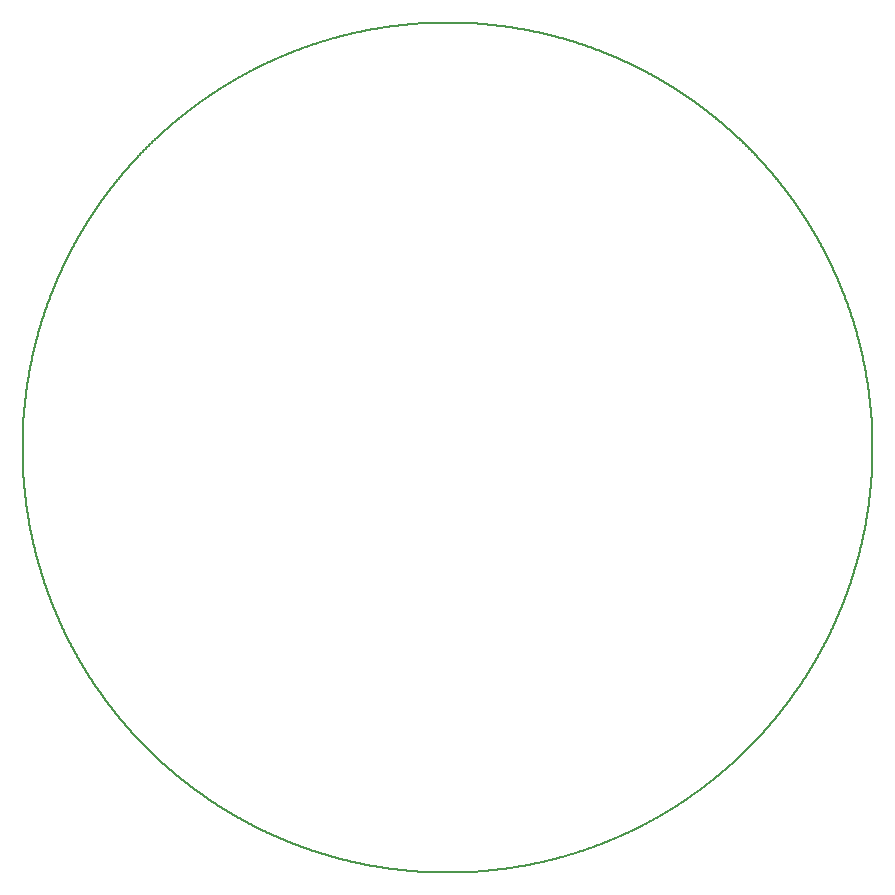
<source format=gm1>
G04 MADE WITH FRITZING*
G04 WWW.FRITZING.ORG*
G04 DOUBLE SIDED*
G04 HOLES PLATED*
G04 CONTOUR ON CENTER OF CONTOUR VECTOR*
%ASAXBY*%
%FSLAX23Y23*%
%MOIN*%
%OFA0B0*%
%SFA1.0B1.0*%
%ADD10C,0.008*%
%LNCONTOUR*%
G90*
G70*
G54D10*
X1379Y2835D02*
X1380Y2835D01*
X1381Y2835D01*
X1382Y2835D01*
X1383Y2835D01*
X1384Y2835D01*
X1385Y2835D01*
X1386Y2835D01*
X1387Y2835D01*
X1388Y2835D01*
X1389Y2835D01*
X1390Y2835D01*
X1391Y2835D01*
X1392Y2835D01*
X1393Y2835D01*
X1394Y2835D01*
X1395Y2835D01*
X1396Y2835D01*
X1397Y2835D01*
X1398Y2835D01*
X1399Y2835D01*
X1400Y2835D01*
X1401Y2835D01*
X1402Y2835D01*
X1403Y2835D01*
X1404Y2835D01*
X1405Y2835D01*
X1406Y2835D01*
X1407Y2835D01*
X1408Y2835D01*
X1409Y2835D01*
X1410Y2835D01*
X1411Y2835D01*
X1412Y2835D01*
X1413Y2835D01*
X1414Y2835D01*
X1415Y2835D01*
X1416Y2835D01*
X1417Y2835D01*
X1418Y2835D01*
X1419Y2835D01*
X1420Y2835D01*
X1421Y2835D01*
X1422Y2835D01*
X1423Y2835D01*
X1424Y2835D01*
X1425Y2835D01*
X1426Y2835D01*
X1427Y2835D01*
X1428Y2835D01*
X1429Y2835D01*
X1430Y2835D01*
X1431Y2835D01*
X1432Y2835D01*
X1433Y2835D01*
X1434Y2835D01*
X1435Y2835D01*
X1436Y2835D01*
X1437Y2835D01*
X1438Y2835D01*
X1439Y2835D01*
X1440Y2835D01*
X1441Y2835D01*
X1442Y2835D01*
X1443Y2835D01*
X1444Y2835D01*
X1445Y2835D01*
X1446Y2835D01*
X1447Y2835D01*
X1448Y2835D01*
X1449Y2835D01*
X1450Y2835D01*
X1451Y2835D01*
X1452Y2835D01*
X1453Y2835D01*
X1454Y2835D01*
X1455Y2834D01*
X1456Y2834D01*
X1457Y2834D01*
X1458Y2834D01*
X1459Y2834D01*
X1460Y2834D01*
X1461Y2834D01*
X1462Y2834D01*
X1463Y2834D01*
X1464Y2834D01*
X1465Y2834D01*
X1466Y2834D01*
X1467Y2834D01*
X1468Y2834D01*
X1469Y2834D01*
X1470Y2834D01*
X1471Y2834D01*
X1472Y2834D01*
X1473Y2834D01*
X1474Y2834D01*
X1475Y2834D01*
X1476Y2834D01*
X1477Y2834D01*
X1478Y2834D01*
X1479Y2834D01*
X1480Y2834D01*
X1481Y2834D01*
X1482Y2833D01*
X1483Y2833D01*
X1484Y2833D01*
X1485Y2833D01*
X1486Y2833D01*
X1487Y2833D01*
X1488Y2833D01*
X1489Y2833D01*
X1490Y2833D01*
X1491Y2833D01*
X1492Y2833D01*
X1493Y2833D01*
X1494Y2833D01*
X1495Y2833D01*
X1496Y2833D01*
X1497Y2833D01*
X1498Y2833D01*
X1499Y2833D01*
X1500Y2833D01*
X1501Y2832D01*
X1502Y2832D01*
X1503Y2832D01*
X1504Y2832D01*
X1505Y2832D01*
X1506Y2832D01*
X1507Y2832D01*
X1508Y2832D01*
X1509Y2832D01*
X1510Y2832D01*
X1511Y2832D01*
X1512Y2832D01*
X1513Y2832D01*
X1514Y2832D01*
X1515Y2832D01*
X1516Y2832D01*
X1517Y2831D01*
X1518Y2831D01*
X1519Y2831D01*
X1520Y2831D01*
X1521Y2831D01*
X1522Y2831D01*
X1523Y2831D01*
X1524Y2831D01*
X1525Y2831D01*
X1526Y2831D01*
X1527Y2831D01*
X1528Y2831D01*
X1529Y2831D01*
X1530Y2830D01*
X1531Y2830D01*
X1532Y2830D01*
X1533Y2830D01*
X1534Y2830D01*
X1535Y2830D01*
X1536Y2830D01*
X1537Y2830D01*
X1538Y2830D01*
X1539Y2830D01*
X1540Y2830D01*
X1541Y2830D01*
X1542Y2829D01*
X1543Y2829D01*
X1544Y2829D01*
X1545Y2829D01*
X1546Y2829D01*
X1547Y2829D01*
X1548Y2829D01*
X1549Y2829D01*
X1550Y2829D01*
X1551Y2829D01*
X1552Y2829D01*
X1553Y2828D01*
X1554Y2828D01*
X1555Y2828D01*
X1556Y2828D01*
X1557Y2828D01*
X1558Y2828D01*
X1559Y2828D01*
X1560Y2828D01*
X1561Y2828D01*
X1562Y2828D01*
X1563Y2827D01*
X1564Y2827D01*
X1565Y2827D01*
X1566Y2827D01*
X1567Y2827D01*
X1568Y2827D01*
X1569Y2827D01*
X1570Y2827D01*
X1571Y2827D01*
X1572Y2827D01*
X1573Y2826D01*
X1574Y2826D01*
X1575Y2826D01*
X1576Y2826D01*
X1577Y2826D01*
X1578Y2826D01*
X1579Y2826D01*
X1580Y2826D01*
X1581Y2826D01*
X1582Y2825D01*
X1583Y2825D01*
X1584Y2825D01*
X1585Y2825D01*
X1586Y2825D01*
X1587Y2825D01*
X1588Y2825D01*
X1589Y2825D01*
X1590Y2824D01*
X1591Y2824D01*
X1592Y2824D01*
X1593Y2824D01*
X1594Y2824D01*
X1595Y2824D01*
X1596Y2824D01*
X1597Y2824D01*
X1598Y2823D01*
X1599Y2823D01*
X1600Y2823D01*
X1601Y2823D01*
X1602Y2823D01*
X1603Y2823D01*
X1604Y2823D01*
X1605Y2823D01*
X1606Y2822D01*
X1607Y2822D01*
X1608Y2822D01*
X1609Y2822D01*
X1610Y2822D01*
X1611Y2822D01*
X1612Y2822D01*
X1613Y2821D01*
X1614Y2821D01*
X1615Y2821D01*
X1616Y2821D01*
X1617Y2821D01*
X1618Y2821D01*
X1619Y2821D01*
X1620Y2820D01*
X1621Y2820D01*
X1622Y2820D01*
X1623Y2820D01*
X1624Y2820D01*
X1625Y2820D01*
X1626Y2820D01*
X1627Y2819D01*
X1628Y2819D01*
X1629Y2819D01*
X1630Y2819D01*
X1631Y2819D01*
X1632Y2819D01*
X1633Y2819D01*
X1634Y2818D01*
X1635Y2818D01*
X1636Y2818D01*
X1637Y2818D01*
X1638Y2818D01*
X1639Y2818D01*
X1640Y2817D01*
X1641Y2817D01*
X1642Y2817D01*
X1643Y2817D01*
X1644Y2817D01*
X1645Y2817D01*
X1646Y2816D01*
X1647Y2816D01*
X1648Y2816D01*
X1649Y2816D01*
X1650Y2816D01*
X1651Y2816D01*
X1652Y2815D01*
X1653Y2815D01*
X1654Y2815D01*
X1655Y2815D01*
X1656Y2815D01*
X1657Y2815D01*
X1658Y2814D01*
X1659Y2814D01*
X1660Y2814D01*
X1661Y2814D01*
X1662Y2814D01*
X1663Y2814D01*
X1664Y2813D01*
X1665Y2813D01*
X1666Y2813D01*
X1667Y2813D01*
X1668Y2813D01*
X1669Y2813D01*
X1670Y2812D01*
X1671Y2812D01*
X1672Y2812D01*
X1673Y2812D01*
X1674Y2812D01*
X1675Y2811D01*
X1676Y2811D01*
X1677Y2811D01*
X1678Y2811D01*
X1679Y2811D01*
X1680Y2810D01*
X1681Y2810D01*
X1682Y2810D01*
X1683Y2810D01*
X1684Y2810D01*
X1685Y2810D01*
X1686Y2809D01*
X1687Y2809D01*
X1688Y2809D01*
X1689Y2809D01*
X1690Y2809D01*
X1691Y2808D01*
X1692Y2808D01*
X1693Y2808D01*
X1694Y2808D01*
X1695Y2808D01*
X1696Y2807D01*
X1697Y2807D01*
X1698Y2807D01*
X1699Y2807D01*
X1700Y2807D01*
X1701Y2806D01*
X1702Y2806D01*
X1703Y2806D01*
X1704Y2806D01*
X1705Y2806D01*
X1706Y2805D01*
X1707Y2805D01*
X1708Y2805D01*
X1709Y2805D01*
X1710Y2804D01*
X1711Y2804D01*
X1712Y2804D01*
X1713Y2804D01*
X1714Y2804D01*
X1715Y2803D01*
X1716Y2803D01*
X1717Y2803D01*
X1718Y2803D01*
X1719Y2802D01*
X1720Y2802D01*
X1721Y2802D01*
X1722Y2802D01*
X1723Y2802D01*
X1724Y2801D01*
X1725Y2801D01*
X1726Y2801D01*
X1727Y2801D01*
X1728Y2801D01*
X1729Y2800D01*
X1730Y2800D01*
X1731Y2800D01*
X1732Y2800D01*
X1733Y2799D01*
X1734Y2799D01*
X1735Y2799D01*
X1736Y2799D01*
X1737Y2799D01*
X1738Y2798D01*
X1739Y2798D01*
X1740Y2798D01*
X1741Y2798D01*
X1742Y2797D01*
X1743Y2797D01*
X1744Y2797D01*
X1745Y2797D01*
X1746Y2796D01*
X1747Y2796D01*
X1748Y2796D01*
X1749Y2796D01*
X1750Y2795D01*
X1751Y2795D01*
X1752Y2795D01*
X1753Y2795D01*
X1754Y2794D01*
X1755Y2794D01*
X1756Y2794D01*
X1757Y2794D01*
X1758Y2793D01*
X1759Y2793D01*
X1760Y2793D01*
X1761Y2793D01*
X1762Y2792D01*
X1763Y2792D01*
X1764Y2792D01*
X1765Y2792D01*
X1766Y2791D01*
X1767Y2791D01*
X1768Y2791D01*
X1769Y2791D01*
X1770Y2790D01*
X1771Y2790D01*
X1772Y2790D01*
X1773Y2790D01*
X1774Y2789D01*
X1775Y2789D01*
X1776Y2789D01*
X1777Y2789D01*
X1778Y2788D01*
X1779Y2788D01*
X1780Y2788D01*
X1781Y2788D01*
X1782Y2787D01*
X1783Y2787D01*
X1784Y2787D01*
X1785Y2786D01*
X1786Y2786D01*
X1787Y2786D01*
X1788Y2786D01*
X1789Y2785D01*
X1790Y2785D01*
X1791Y2785D01*
X1792Y2785D01*
X1793Y2784D01*
X1794Y2784D01*
X1795Y2784D01*
X1796Y2783D01*
X1797Y2783D01*
X1798Y2783D01*
X1799Y2783D01*
X1800Y2782D01*
X1801Y2782D01*
X1802Y2782D01*
X1803Y2782D01*
X1804Y2781D01*
X1805Y2781D01*
X1806Y2781D01*
X1807Y2780D01*
X1808Y2780D01*
X1809Y2780D01*
X1810Y2780D01*
X1811Y2779D01*
X1812Y2779D01*
X1813Y2779D01*
X1814Y2778D01*
X1815Y2778D01*
X1816Y2778D01*
X1817Y2777D01*
X1818Y2777D01*
X1819Y2777D01*
X1820Y2777D01*
X1821Y2776D01*
X1822Y2776D01*
X1823Y2776D01*
X1824Y2775D01*
X1825Y2775D01*
X1826Y2775D01*
X1827Y2774D01*
X1828Y2774D01*
X1829Y2774D01*
X1830Y2774D01*
X1831Y2773D01*
X1832Y2773D01*
X1833Y2773D01*
X1834Y2772D01*
X1835Y2772D01*
X1836Y2772D01*
X1837Y2771D01*
X1838Y2771D01*
X1839Y2771D01*
X1840Y2771D01*
X1841Y2770D01*
X1842Y2770D01*
X1843Y2770D01*
X1844Y2769D01*
X1845Y2769D01*
X1846Y2769D01*
X1847Y2768D01*
X1848Y2768D01*
X1849Y2768D01*
X1850Y2767D01*
X1851Y2767D01*
X1852Y2767D01*
X1853Y2766D01*
X1854Y2766D01*
X1855Y2766D01*
X1856Y2765D01*
X1857Y2765D01*
X1858Y2765D01*
X1859Y2764D01*
X1860Y2764D01*
X1861Y2764D01*
X1862Y2763D01*
X1863Y2763D01*
X1864Y2763D01*
X1865Y2762D01*
X1866Y2762D01*
X1867Y2762D01*
X1868Y2761D01*
X1869Y2761D01*
X1870Y2761D01*
X1871Y2760D01*
X1872Y2760D01*
X1873Y2760D01*
X1874Y2759D01*
X1875Y2759D01*
X1876Y2759D01*
X1877Y2758D01*
X1878Y2758D01*
X1879Y2758D01*
X1880Y2757D01*
X1881Y2757D01*
X1882Y2757D01*
X1883Y2756D01*
X1884Y2756D01*
X1885Y2756D01*
X1886Y2755D01*
X1887Y2755D01*
X1888Y2754D01*
X1889Y2754D01*
X1890Y2754D01*
X1891Y2753D01*
X1892Y2753D01*
X1893Y2753D01*
X1894Y2752D01*
X1895Y2752D01*
X1896Y2752D01*
X1897Y2751D01*
X1898Y2751D01*
X1899Y2751D01*
X1900Y2750D01*
X1901Y2750D01*
X1902Y2750D01*
X1903Y2749D01*
X1904Y2749D01*
X1905Y2748D01*
X1906Y2748D01*
X1907Y2748D01*
X1908Y2747D01*
X1909Y2747D01*
X1910Y2747D01*
X1911Y2746D01*
X1912Y2746D01*
X1913Y2745D01*
X1914Y2745D01*
X1915Y2745D01*
X1916Y2744D01*
X1917Y2744D01*
X1918Y2744D01*
X1919Y2743D01*
X1920Y2743D01*
X1921Y2742D01*
X1922Y2742D01*
X1923Y2742D01*
X1924Y2741D01*
X1925Y2741D01*
X1926Y2740D01*
X1927Y2740D01*
X1928Y2740D01*
X1929Y2739D01*
X1930Y2739D01*
X1931Y2739D01*
X1932Y2738D01*
X1933Y2738D01*
X1934Y2737D01*
X1935Y2737D01*
X1936Y2737D01*
X1937Y2736D01*
X1938Y2736D01*
X1939Y2735D01*
X1940Y2735D01*
X1941Y2735D01*
X1942Y2734D01*
X1943Y2734D01*
X1944Y2733D01*
X1945Y2733D01*
X1946Y2733D01*
X1947Y2732D01*
X1948Y2732D01*
X1949Y2731D01*
X1950Y2731D01*
X1951Y2731D01*
X1952Y2730D01*
X1953Y2730D01*
X1954Y2729D01*
X1955Y2729D01*
X1956Y2728D01*
X1957Y2728D01*
X1958Y2728D01*
X1959Y2727D01*
X1960Y2727D01*
X1961Y2726D01*
X1962Y2726D01*
X1963Y2726D01*
X1964Y2725D01*
X1965Y2725D01*
X1966Y2724D01*
X1967Y2724D01*
X1968Y2724D01*
X1969Y2723D01*
X1970Y2723D01*
X1971Y2722D01*
X1972Y2722D01*
X1973Y2721D01*
X1974Y2721D01*
X1975Y2721D01*
X1976Y2720D01*
X1977Y2720D01*
X1978Y2719D01*
X1979Y2719D01*
X1980Y2718D01*
X1981Y2718D01*
X1982Y2717D01*
X1983Y2717D01*
X1984Y2717D01*
X1985Y2716D01*
X1986Y2716D01*
X1987Y2715D01*
X1988Y2715D01*
X1989Y2714D01*
X1990Y2714D01*
X1991Y2714D01*
X1992Y2713D01*
X1993Y2713D01*
X1994Y2712D01*
X1995Y2712D01*
X1996Y2711D01*
X1997Y2711D01*
X1998Y2710D01*
X1999Y2710D01*
X2000Y2710D01*
X2001Y2709D01*
X2002Y2709D01*
X2003Y2708D01*
X2004Y2708D01*
X2005Y2707D01*
X2006Y2707D01*
X2007Y2706D01*
X2008Y2706D01*
X2009Y2705D01*
X2010Y2705D01*
X2011Y2704D01*
X2012Y2704D01*
X2013Y2704D01*
X2014Y2703D01*
X2015Y2703D01*
X2016Y2702D01*
X2017Y2702D01*
X2018Y2701D01*
X2019Y2701D01*
X2020Y2700D01*
X2021Y2700D01*
X2022Y2699D01*
X2023Y2699D01*
X2024Y2698D01*
X2025Y2698D01*
X2026Y2697D01*
X2027Y2697D01*
X2028Y2697D01*
X2029Y2696D01*
X2030Y2696D01*
X2031Y2695D01*
X2032Y2695D01*
X2033Y2694D01*
X2034Y2694D01*
X2035Y2693D01*
X2036Y2693D01*
X2037Y2692D01*
X2038Y2692D01*
X2039Y2691D01*
X2040Y2691D01*
X2041Y2690D01*
X2042Y2690D01*
X2043Y2689D01*
X2044Y2689D01*
X2045Y2688D01*
X2046Y2688D01*
X2047Y2687D01*
X2048Y2687D01*
X2049Y2686D01*
X2050Y2686D01*
X2051Y2685D01*
X2052Y2685D01*
X2053Y2684D01*
X2054Y2684D01*
X2055Y2683D01*
X2056Y2683D01*
X2057Y2682D01*
X2058Y2682D01*
X2059Y2681D01*
X2060Y2681D01*
X2061Y2680D01*
X2062Y2680D01*
X2063Y2679D01*
X2064Y2679D01*
X2065Y2678D01*
X2066Y2678D01*
X2067Y2677D01*
X2068Y2677D01*
X2069Y2676D01*
X2070Y2675D01*
X2071Y2675D01*
X2072Y2674D01*
X2073Y2674D01*
X2074Y2673D01*
X2075Y2673D01*
X2076Y2672D01*
X2077Y2672D01*
X2078Y2671D01*
X2079Y2671D01*
X2080Y2670D01*
X2081Y2670D01*
X2082Y2669D01*
X2083Y2669D01*
X2084Y2668D01*
X2085Y2668D01*
X2086Y2667D01*
X2087Y2666D01*
X2088Y2666D01*
X2089Y2665D01*
X2090Y2665D01*
X2091Y2664D01*
X2092Y2664D01*
X2093Y2663D01*
X2094Y2663D01*
X2095Y2662D01*
X2096Y2662D01*
X2097Y2661D01*
X2098Y2661D01*
X2099Y2660D01*
X2100Y2659D01*
X2101Y2659D01*
X2102Y2658D01*
X2103Y2658D01*
X2104Y2657D01*
X2105Y2657D01*
X2106Y2656D01*
X2107Y2655D01*
X2108Y2655D01*
X2109Y2654D01*
X2110Y2654D01*
X2111Y2653D01*
X2112Y2653D01*
X2113Y2652D01*
X2114Y2652D01*
X2115Y2651D01*
X2116Y2650D01*
X2117Y2650D01*
X2118Y2649D01*
X2119Y2649D01*
X2120Y2648D01*
X2121Y2648D01*
X2122Y2647D01*
X2123Y2646D01*
X2124Y2646D01*
X2125Y2645D01*
X2126Y2645D01*
X2127Y2644D01*
X2128Y2644D01*
X2129Y2643D01*
X2130Y2642D01*
X2131Y2642D01*
X2132Y2641D01*
X2133Y2641D01*
X2134Y2640D01*
X2135Y2639D01*
X2136Y2639D01*
X2137Y2638D01*
X2138Y2638D01*
X2139Y2637D01*
X2140Y2636D01*
X2141Y2636D01*
X2142Y2635D01*
X2143Y2635D01*
X2144Y2634D01*
X2145Y2633D01*
X2146Y2633D01*
X2147Y2632D01*
X2148Y2632D01*
X2149Y2631D01*
X2150Y2631D01*
X2151Y2630D01*
X2152Y2629D01*
X2153Y2629D01*
X2154Y2628D01*
X2155Y2627D01*
X2156Y2627D01*
X2157Y2626D01*
X2158Y2626D01*
X2159Y2625D01*
X2160Y2624D01*
X2161Y2624D01*
X2162Y2623D01*
X2163Y2622D01*
X2164Y2622D01*
X2165Y2621D01*
X2166Y2621D01*
X2167Y2620D01*
X2168Y2619D01*
X2169Y2619D01*
X2170Y2618D01*
X2171Y2617D01*
X2172Y2617D01*
X2173Y2616D01*
X2174Y2616D01*
X2175Y2615D01*
X2176Y2614D01*
X2177Y2614D01*
X2178Y2613D01*
X2179Y2612D01*
X2180Y2612D01*
X2181Y2611D01*
X2182Y2611D01*
X2183Y2610D01*
X2184Y2609D01*
X2185Y2609D01*
X2186Y2608D01*
X2187Y2607D01*
X2188Y2607D01*
X2189Y2606D01*
X2190Y2605D01*
X2191Y2605D01*
X2192Y2604D01*
X2193Y2603D01*
X2194Y2603D01*
X2195Y2602D01*
X2196Y2601D01*
X2197Y2601D01*
X2198Y2600D01*
X2199Y2599D01*
X2200Y2599D01*
X2201Y2598D01*
X2202Y2597D01*
X2203Y2597D01*
X2204Y2596D01*
X2205Y2595D01*
X2206Y2595D01*
X2207Y2594D01*
X2208Y2593D01*
X2209Y2593D01*
X2210Y2592D01*
X2211Y2591D01*
X2212Y2591D01*
X2213Y2590D01*
X2214Y2589D01*
X2215Y2589D01*
X2216Y2588D01*
X2217Y2587D01*
X2218Y2587D01*
X2219Y2586D01*
X2220Y2585D01*
X2221Y2584D01*
X2222Y2584D01*
X2223Y2583D01*
X2224Y2582D01*
X2225Y2582D01*
X2226Y2581D01*
X2227Y2580D01*
X2228Y2580D01*
X2229Y2579D01*
X2230Y2578D01*
X2231Y2578D01*
X2232Y2577D01*
X2233Y2576D01*
X2234Y2575D01*
X2235Y2575D01*
X2236Y2574D01*
X2237Y2573D01*
X2238Y2573D01*
X2239Y2572D01*
X2240Y2571D01*
X2241Y2570D01*
X2242Y2570D01*
X2243Y2569D01*
X2244Y2568D01*
X2245Y2568D01*
X2246Y2567D01*
X2247Y2566D01*
X2248Y2565D01*
X2249Y2565D01*
X2250Y2564D01*
X2251Y2563D01*
X2252Y2562D01*
X2253Y2562D01*
X2254Y2561D01*
X2255Y2560D01*
X2256Y2560D01*
X2257Y2559D01*
X2258Y2558D01*
X2259Y2557D01*
X2260Y2557D01*
X2261Y2556D01*
X2262Y2555D01*
X2263Y2554D01*
X2264Y2554D01*
X2265Y2553D01*
X2266Y2552D01*
X2267Y2551D01*
X2268Y2551D01*
X2269Y2550D01*
X2270Y2549D01*
X2271Y2548D01*
X2272Y2548D01*
X2273Y2547D01*
X2274Y2546D01*
X2275Y2545D01*
X2276Y2544D01*
X2277Y2544D01*
X2278Y2543D01*
X2279Y2542D01*
X2280Y2541D01*
X2281Y2541D01*
X2282Y2540D01*
X2283Y2539D01*
X2284Y2538D01*
X2285Y2538D01*
X2286Y2537D01*
X2287Y2536D01*
X2288Y2535D01*
X2289Y2535D01*
X2290Y2534D01*
X2291Y2533D01*
X2292Y2532D01*
X2293Y2531D01*
X2294Y2531D01*
X2295Y2530D01*
X2296Y2529D01*
X2297Y2528D01*
X2298Y2527D01*
X2299Y2527D01*
X2300Y2526D01*
X2301Y2525D01*
X2302Y2524D01*
X2303Y2523D01*
X2304Y2523D01*
X2305Y2522D01*
X2306Y2521D01*
X2307Y2520D01*
X2308Y2519D01*
X2309Y2519D01*
X2310Y2518D01*
X2311Y2517D01*
X2312Y2516D01*
X2313Y2515D01*
X2314Y2515D01*
X2315Y2514D01*
X2316Y2513D01*
X2317Y2512D01*
X2318Y2511D01*
X2319Y2510D01*
X2320Y2510D01*
X2321Y2509D01*
X2322Y2508D01*
X2323Y2507D01*
X2324Y2506D01*
X2325Y2505D01*
X2326Y2505D01*
X2327Y2504D01*
X2328Y2503D01*
X2329Y2502D01*
X2330Y2501D01*
X2331Y2500D01*
X2332Y2499D01*
X2333Y2499D01*
X2334Y2498D01*
X2335Y2497D01*
X2336Y2496D01*
X2337Y2495D01*
X2338Y2494D01*
X2339Y2494D01*
X2340Y2493D01*
X2341Y2492D01*
X2342Y2491D01*
X2343Y2490D01*
X2344Y2489D01*
X2345Y2488D01*
X2346Y2488D01*
X2347Y2487D01*
X2348Y2486D01*
X2349Y2485D01*
X2350Y2484D01*
X2351Y2483D01*
X2352Y2482D01*
X2353Y2481D01*
X2354Y2480D01*
X2355Y2480D01*
X2356Y2479D01*
X2357Y2478D01*
X2358Y2477D01*
X2359Y2476D01*
X2360Y2475D01*
X2361Y2474D01*
X2362Y2473D01*
X2363Y2472D01*
X2364Y2472D01*
X2365Y2471D01*
X2366Y2470D01*
X2367Y2469D01*
X2368Y2468D01*
X2369Y2467D01*
X2370Y2466D01*
X2371Y2465D01*
X2372Y2464D01*
X2373Y2463D01*
X2374Y2462D01*
X2375Y2462D01*
X2376Y2461D01*
X2377Y2460D01*
X2378Y2459D01*
X2379Y2458D01*
X2380Y2457D01*
X2381Y2456D01*
X2382Y2455D01*
X2383Y2454D01*
X2384Y2453D01*
X2385Y2452D01*
X2386Y2451D01*
X2387Y2450D01*
X2388Y2449D01*
X2389Y2449D01*
X2390Y2448D01*
X2391Y2447D01*
X2392Y2446D01*
X2393Y2445D01*
X2394Y2444D01*
X2395Y2443D01*
X2396Y2442D01*
X2397Y2441D01*
X2398Y2440D01*
X2399Y2439D01*
X2400Y2438D01*
X2401Y2437D01*
X2402Y2436D01*
X2403Y2435D01*
X2404Y2434D01*
X2405Y2433D01*
X2406Y2432D01*
X2407Y2431D01*
X2408Y2430D01*
X2409Y2429D01*
X2410Y2428D01*
X2411Y2427D01*
X2412Y2426D01*
X2413Y2425D01*
X2414Y2424D01*
X2415Y2423D01*
X2416Y2422D01*
X2417Y2421D01*
X2418Y2420D01*
X2419Y2419D01*
X2420Y2418D01*
X2421Y2417D01*
X2422Y2416D01*
X2423Y2415D01*
X2424Y2414D01*
X2425Y2413D01*
X2426Y2412D01*
X2427Y2411D01*
X2428Y2410D01*
X2429Y2409D01*
X2430Y2408D01*
X2431Y2407D01*
X2432Y2406D01*
X2433Y2405D01*
X2434Y2404D01*
X2435Y2403D01*
X2436Y2402D01*
X2437Y2401D01*
X2438Y2400D01*
X2439Y2399D01*
X2440Y2398D01*
X2441Y2397D01*
X2442Y2396D01*
X2443Y2395D01*
X2444Y2394D01*
X2445Y2393D01*
X2446Y2392D01*
X2447Y2391D01*
X2447Y2390D01*
X2448Y2389D01*
X2449Y2388D01*
X2450Y2387D01*
X2451Y2386D01*
X2452Y2385D01*
X2453Y2384D01*
X2454Y2383D01*
X2455Y2382D01*
X2456Y2381D01*
X2457Y2380D01*
X2458Y2379D01*
X2459Y2378D01*
X2460Y2377D01*
X2460Y2376D01*
X2461Y2375D01*
X2462Y2374D01*
X2463Y2373D01*
X2464Y2372D01*
X2465Y2371D01*
X2466Y2370D01*
X2467Y2369D01*
X2468Y2368D01*
X2469Y2367D01*
X2470Y2366D01*
X2470Y2365D01*
X2471Y2364D01*
X2472Y2363D01*
X2473Y2362D01*
X2474Y2361D01*
X2475Y2360D01*
X2476Y2359D01*
X2477Y2358D01*
X2478Y2357D01*
X2478Y2356D01*
X2479Y2355D01*
X2480Y2354D01*
X2481Y2353D01*
X2482Y2352D01*
X2483Y2351D01*
X2484Y2350D01*
X2485Y2349D01*
X2486Y2348D01*
X2486Y2347D01*
X2487Y2346D01*
X2488Y2345D01*
X2489Y2344D01*
X2490Y2343D01*
X2491Y2342D01*
X2492Y2341D01*
X2492Y2340D01*
X2493Y2339D01*
X2494Y2338D01*
X2495Y2337D01*
X2496Y2336D01*
X2497Y2335D01*
X2497Y2334D01*
X2498Y2333D01*
X2499Y2332D01*
X2500Y2331D01*
X2501Y2330D01*
X2502Y2329D01*
X2503Y2328D01*
X2503Y2327D01*
X2504Y2326D01*
X2505Y2325D01*
X2506Y2324D01*
X2507Y2323D01*
X2508Y2322D01*
X2508Y2321D01*
X2509Y2320D01*
X2510Y2319D01*
X2511Y2318D01*
X2512Y2317D01*
X2512Y2316D01*
X2513Y2315D01*
X2514Y2314D01*
X2515Y2313D01*
X2516Y2312D01*
X2517Y2311D01*
X2517Y2310D01*
X2518Y2309D01*
X2519Y2308D01*
X2520Y2307D01*
X2521Y2306D01*
X2521Y2305D01*
X2522Y2304D01*
X2523Y2303D01*
X2524Y2302D01*
X2525Y2301D01*
X2525Y2300D01*
X2526Y2299D01*
X2527Y2298D01*
X2528Y2297D01*
X2529Y2296D01*
X2529Y2295D01*
X2530Y2294D01*
X2531Y2293D01*
X2532Y2292D01*
X2533Y2291D01*
X2533Y2290D01*
X2534Y2289D01*
X2535Y2288D01*
X2536Y2287D01*
X2536Y2286D01*
X2537Y2285D01*
X2538Y2284D01*
X2539Y2283D01*
X2539Y2282D01*
X2540Y2281D01*
X2541Y2280D01*
X2542Y2279D01*
X2542Y2278D01*
X2543Y2277D01*
X2544Y2276D01*
X2545Y2275D01*
X2546Y2274D01*
X2546Y2273D01*
X2547Y2272D01*
X2548Y2271D01*
X2549Y2270D01*
X2549Y2269D01*
X2550Y2268D01*
X2551Y2267D01*
X2552Y2266D01*
X2552Y2265D01*
X2553Y2264D01*
X2554Y2263D01*
X2555Y2262D01*
X2555Y2261D01*
X2556Y2260D01*
X2557Y2259D01*
X2558Y2258D01*
X2558Y2257D01*
X2559Y2256D01*
X2560Y2255D01*
X2560Y2254D01*
X2561Y2253D01*
X2562Y2252D01*
X2563Y2251D01*
X2563Y2250D01*
X2564Y2249D01*
X2565Y2248D01*
X2566Y2247D01*
X2566Y2246D01*
X2567Y2245D01*
X2568Y2244D01*
X2568Y2243D01*
X2569Y2242D01*
X2570Y2241D01*
X2571Y2240D01*
X2571Y2239D01*
X2572Y2238D01*
X2573Y2237D01*
X2573Y2236D01*
X2574Y2235D01*
X2575Y2234D01*
X2576Y2233D01*
X2576Y2232D01*
X2577Y2231D01*
X2578Y2230D01*
X2578Y2229D01*
X2579Y2228D01*
X2580Y2227D01*
X2580Y2226D01*
X2581Y2225D01*
X2582Y2224D01*
X2582Y2223D01*
X2583Y2222D01*
X2584Y2221D01*
X2585Y2220D01*
X2585Y2219D01*
X2586Y2218D01*
X2587Y2217D01*
X2587Y2216D01*
X2588Y2215D01*
X2589Y2214D01*
X2589Y2213D01*
X2590Y2212D01*
X2591Y2211D01*
X2591Y2210D01*
X2592Y2209D01*
X2593Y2208D01*
X2593Y2207D01*
X2594Y2206D01*
X2595Y2205D01*
X2595Y2204D01*
X2596Y2203D01*
X2597Y2202D01*
X2597Y2201D01*
X2598Y2200D01*
X2599Y2199D01*
X2599Y2198D01*
X2600Y2197D01*
X2601Y2196D01*
X2601Y2195D01*
X2602Y2194D01*
X2603Y2193D01*
X2603Y2192D01*
X2604Y2191D01*
X2605Y2190D01*
X2605Y2189D01*
X2606Y2188D01*
X2607Y2187D01*
X2607Y2186D01*
X2608Y2185D01*
X2609Y2184D01*
X2609Y2183D01*
X2610Y2182D01*
X2610Y2181D01*
X2611Y2180D01*
X2612Y2179D01*
X2612Y2178D01*
X2613Y2177D01*
X2614Y2176D01*
X2614Y2175D01*
X2615Y2174D01*
X2615Y2173D01*
X2616Y2172D01*
X2617Y2171D01*
X2617Y2170D01*
X2618Y2169D01*
X2619Y2168D01*
X2619Y2167D01*
X2620Y2166D01*
X2620Y2165D01*
X2621Y2164D01*
X2622Y2163D01*
X2622Y2162D01*
X2623Y2161D01*
X2624Y2160D01*
X2624Y2159D01*
X2625Y2158D01*
X2625Y2157D01*
X2626Y2156D01*
X2627Y2155D01*
X2627Y2154D01*
X2628Y2153D01*
X2629Y2152D01*
X2629Y2151D01*
X2630Y2150D01*
X2630Y2149D01*
X2631Y2148D01*
X2631Y2147D01*
X2632Y2146D01*
X2633Y2145D01*
X2633Y2144D01*
X2634Y2143D01*
X2634Y2142D01*
X2635Y2141D01*
X2636Y2140D01*
X2636Y2139D01*
X2637Y2138D01*
X2637Y2137D01*
X2638Y2136D01*
X2639Y2135D01*
X2639Y2134D01*
X2640Y2133D01*
X2640Y2132D01*
X2641Y2131D01*
X2642Y2130D01*
X2642Y2129D01*
X2643Y2128D01*
X2643Y2127D01*
X2644Y2126D01*
X2644Y2125D01*
X2645Y2124D01*
X2646Y2123D01*
X2646Y2122D01*
X2647Y2121D01*
X2647Y2120D01*
X2648Y2119D01*
X2648Y2118D01*
X2649Y2117D01*
X2650Y2116D01*
X2650Y2115D01*
X2651Y2114D01*
X2651Y2113D01*
X2652Y2112D01*
X2652Y2111D01*
X2653Y2110D01*
X2653Y2109D01*
X2654Y2108D01*
X2655Y2107D01*
X2655Y2106D01*
X2656Y2105D01*
X2656Y2104D01*
X2657Y2103D01*
X2657Y2102D01*
X2658Y2101D01*
X2658Y2100D01*
X2659Y2099D01*
X2660Y2098D01*
X2660Y2097D01*
X2661Y2096D01*
X2661Y2095D01*
X2662Y2094D01*
X2662Y2093D01*
X2663Y2092D01*
X2663Y2091D01*
X2664Y2090D01*
X2664Y2089D01*
X2665Y2088D01*
X2666Y2087D01*
X2666Y2086D01*
X2667Y2085D01*
X2667Y2084D01*
X2668Y2083D01*
X2668Y2082D01*
X2669Y2081D01*
X2669Y2080D01*
X2670Y2079D01*
X2670Y2078D01*
X2671Y2077D01*
X2671Y2076D01*
X2672Y2075D01*
X2672Y2074D01*
X2673Y2073D01*
X2673Y2072D01*
X2674Y2071D01*
X2675Y2070D01*
X2675Y2069D01*
X2676Y2068D01*
X2676Y2067D01*
X2677Y2066D01*
X2677Y2065D01*
X2678Y2064D01*
X2678Y2063D01*
X2679Y2062D01*
X2679Y2061D01*
X2680Y2060D01*
X2680Y2059D01*
X2681Y2058D01*
X2681Y2057D01*
X2682Y2056D01*
X2682Y2055D01*
X2683Y2054D01*
X2683Y2053D01*
X2684Y2052D01*
X2684Y2051D01*
X2685Y2050D01*
X2685Y2049D01*
X2686Y2048D01*
X2686Y2047D01*
X2687Y2046D01*
X2687Y2045D01*
X2688Y2044D01*
X2688Y2043D01*
X2689Y2042D01*
X2689Y2041D01*
X2690Y2040D01*
X2690Y2039D01*
X2691Y2038D01*
X2691Y2037D01*
X2692Y2036D01*
X2692Y2035D01*
X2693Y2034D01*
X2693Y2033D01*
X2694Y2032D01*
X2694Y2030D01*
X2695Y2029D01*
X2695Y2028D01*
X2696Y2027D01*
X2696Y2026D01*
X2697Y2025D01*
X2697Y2024D01*
X2698Y2023D01*
X2698Y2022D01*
X2699Y2021D01*
X2699Y2020D01*
X2700Y2019D01*
X2700Y2018D01*
X2701Y2017D01*
X2701Y2015D01*
X2702Y2014D01*
X2702Y2013D01*
X2703Y2012D01*
X2703Y2011D01*
X2704Y2010D01*
X2704Y2009D01*
X2705Y2008D01*
X2705Y2007D01*
X2706Y2006D01*
X2706Y2005D01*
X2707Y2004D01*
X2707Y2003D01*
X2708Y2002D01*
X2708Y2000D01*
X2709Y1999D01*
X2709Y1998D01*
X2710Y1997D01*
X2710Y1996D01*
X2711Y1995D01*
X2711Y1994D01*
X2712Y1993D01*
X2712Y1991D01*
X2713Y1990D01*
X2713Y1989D01*
X2714Y1988D01*
X2714Y1987D01*
X2715Y1986D01*
X2715Y1984D01*
X2716Y1983D01*
X2716Y1982D01*
X2717Y1981D01*
X2717Y1980D01*
X2718Y1979D01*
X2718Y1978D01*
X2719Y1977D01*
X2719Y1975D01*
X2720Y1974D01*
X2720Y1973D01*
X2721Y1972D01*
X2721Y1971D01*
X2722Y1970D01*
X2722Y1968D01*
X2723Y1967D01*
X2723Y1966D01*
X2724Y1965D01*
X2724Y1963D01*
X2725Y1962D01*
X2725Y1961D01*
X2726Y1960D01*
X2726Y1958D01*
X2727Y1957D01*
X2727Y1956D01*
X2728Y1955D01*
X2728Y1954D01*
X2729Y1953D01*
X2729Y1951D01*
X2730Y1950D01*
X2730Y1949D01*
X2731Y1948D01*
X2731Y1946D01*
X2732Y1945D01*
X2732Y1944D01*
X2733Y1943D01*
X2733Y1941D01*
X2734Y1940D01*
X2734Y1939D01*
X2735Y1938D01*
X2735Y1936D01*
X2736Y1935D01*
X2736Y1934D01*
X2737Y1933D01*
X2737Y1931D01*
X2738Y1930D01*
X2738Y1928D01*
X2739Y1927D01*
X2739Y1926D01*
X2740Y1925D01*
X2740Y1923D01*
X2741Y1922D01*
X2741Y1920D01*
X2742Y1919D01*
X2742Y1918D01*
X2743Y1917D01*
X2743Y1915D01*
X2744Y1914D01*
X2744Y1913D01*
X2745Y1912D01*
X2745Y1910D01*
X2746Y1909D01*
X2746Y1907D01*
X2747Y1906D01*
X2747Y1905D01*
X2748Y1904D01*
X2748Y1902D01*
X2749Y1901D01*
X2749Y1899D01*
X2750Y1898D01*
X2750Y1896D01*
X2751Y1895D01*
X2751Y1893D01*
X2752Y1892D01*
X2752Y1890D01*
X2753Y1889D01*
X2753Y1888D01*
X2754Y1887D01*
X2754Y1885D01*
X2755Y1884D01*
X2755Y1882D01*
X2756Y1881D01*
X2756Y1879D01*
X2757Y1878D01*
X2757Y1876D01*
X2758Y1875D01*
X2758Y1873D01*
X2759Y1872D01*
X2759Y1870D01*
X2760Y1869D01*
X2760Y1867D01*
X2761Y1866D01*
X2761Y1864D01*
X2762Y1863D01*
X2762Y1861D01*
X2763Y1860D01*
X2763Y1858D01*
X2764Y1857D01*
X2764Y1855D01*
X2765Y1854D01*
X2765Y1852D01*
X2766Y1851D01*
X2766Y1849D01*
X2767Y1848D01*
X2767Y1846D01*
X2768Y1845D01*
X2768Y1843D01*
X2769Y1842D01*
X2769Y1839D01*
X2770Y1838D01*
X2770Y1836D01*
X2771Y1835D01*
X2771Y1833D01*
X2772Y1832D01*
X2772Y1829D01*
X2773Y1828D01*
X2773Y1826D01*
X2774Y1825D01*
X2774Y1823D01*
X2775Y1822D01*
X2775Y1819D01*
X2776Y1818D01*
X2776Y1816D01*
X2777Y1815D01*
X2777Y1813D01*
X2778Y1812D01*
X2778Y1809D01*
X2779Y1808D01*
X2779Y1806D01*
X2780Y1805D01*
X2780Y1802D01*
X2781Y1801D01*
X2781Y1798D01*
X2782Y1797D01*
X2782Y1795D01*
X2783Y1794D01*
X2783Y1791D01*
X2784Y1790D01*
X2784Y1787D01*
X2785Y1786D01*
X2785Y1784D01*
X2786Y1783D01*
X2786Y1780D01*
X2787Y1779D01*
X2787Y1776D01*
X2788Y1775D01*
X2788Y1772D01*
X2789Y1771D01*
X2789Y1768D01*
X2790Y1767D01*
X2790Y1764D01*
X2791Y1763D01*
X2791Y1760D01*
X2792Y1759D01*
X2792Y1756D01*
X2793Y1755D01*
X2793Y1752D01*
X2794Y1751D01*
X2794Y1748D01*
X2795Y1747D01*
X2795Y1744D01*
X2796Y1743D01*
X2796Y1740D01*
X2797Y1739D01*
X2797Y1735D01*
X2798Y1734D01*
X2798Y1731D01*
X2799Y1730D01*
X2799Y1726D01*
X2800Y1725D01*
X2800Y1721D01*
X2801Y1720D01*
X2801Y1717D01*
X2802Y1716D01*
X2802Y1712D01*
X2803Y1711D01*
X2803Y1708D01*
X2804Y1707D01*
X2804Y1703D01*
X2805Y1702D01*
X2805Y1698D01*
X2806Y1697D01*
X2806Y1693D01*
X2807Y1692D01*
X2807Y1688D01*
X2808Y1687D01*
X2808Y1682D01*
X2809Y1681D01*
X2809Y1677D01*
X2810Y1676D01*
X2810Y1672D01*
X2811Y1671D01*
X2811Y1666D01*
X2812Y1665D01*
X2812Y1660D01*
X2813Y1659D01*
X2813Y1654D01*
X2814Y1653D01*
X2814Y1648D01*
X2815Y1647D01*
X2815Y1642D01*
X2816Y1641D01*
X2816Y1636D01*
X2817Y1635D01*
X2817Y1629D01*
X2818Y1628D01*
X2818Y1622D01*
X2819Y1621D01*
X2819Y1615D01*
X2820Y1614D01*
X2820Y1608D01*
X2821Y1607D01*
X2821Y1600D01*
X2822Y1599D01*
X2822Y1592D01*
X2823Y1591D01*
X2823Y1584D01*
X2824Y1583D01*
X2824Y1575D01*
X2825Y1574D01*
X2825Y1565D01*
X2826Y1564D01*
X2826Y1555D01*
X2827Y1554D01*
X2827Y1544D01*
X2828Y1543D01*
X2828Y1532D01*
X2829Y1531D01*
X2829Y1519D01*
X2830Y1518D01*
X2830Y1503D01*
X2831Y1502D01*
X2831Y1484D01*
X2832Y1483D01*
X2832Y1457D01*
X2833Y1456D01*
X2833Y1381D01*
X2832Y1380D01*
X2832Y1354D01*
X2831Y1353D01*
X2831Y1335D01*
X2830Y1334D01*
X2830Y1319D01*
X2829Y1318D01*
X2829Y1306D01*
X2828Y1305D01*
X2828Y1294D01*
X2827Y1293D01*
X2827Y1283D01*
X2826Y1282D01*
X2826Y1273D01*
X2825Y1272D01*
X2825Y1263D01*
X2824Y1262D01*
X2824Y1254D01*
X2823Y1253D01*
X2823Y1246D01*
X2822Y1245D01*
X2822Y1238D01*
X2821Y1237D01*
X2821Y1230D01*
X2820Y1229D01*
X2820Y1223D01*
X2819Y1222D01*
X2819Y1216D01*
X2818Y1215D01*
X2818Y1209D01*
X2817Y1208D01*
X2817Y1202D01*
X2816Y1201D01*
X2816Y1196D01*
X2815Y1195D01*
X2815Y1190D01*
X2814Y1189D01*
X2814Y1184D01*
X2813Y1183D01*
X2813Y1178D01*
X2812Y1177D01*
X2812Y1172D01*
X2811Y1171D01*
X2811Y1166D01*
X2810Y1165D01*
X2810Y1161D01*
X2809Y1160D01*
X2809Y1156D01*
X2808Y1155D01*
X2808Y1150D01*
X2807Y1149D01*
X2807Y1145D01*
X2806Y1144D01*
X2806Y1140D01*
X2805Y1139D01*
X2805Y1135D01*
X2804Y1134D01*
X2804Y1130D01*
X2803Y1129D01*
X2803Y1126D01*
X2802Y1125D01*
X2802Y1121D01*
X2801Y1120D01*
X2801Y1117D01*
X2800Y1116D01*
X2800Y1112D01*
X2799Y1111D01*
X2799Y1107D01*
X2798Y1106D01*
X2798Y1103D01*
X2797Y1102D01*
X2797Y1098D01*
X2796Y1097D01*
X2796Y1094D01*
X2795Y1093D01*
X2795Y1090D01*
X2794Y1089D01*
X2794Y1086D01*
X2793Y1085D01*
X2793Y1082D01*
X2792Y1081D01*
X2792Y1078D01*
X2791Y1077D01*
X2791Y1074D01*
X2790Y1073D01*
X2790Y1070D01*
X2789Y1069D01*
X2789Y1066D01*
X2788Y1065D01*
X2788Y1062D01*
X2787Y1061D01*
X2787Y1058D01*
X2786Y1057D01*
X2786Y1054D01*
X2785Y1053D01*
X2785Y1051D01*
X2784Y1050D01*
X2784Y1047D01*
X2783Y1046D01*
X2783Y1043D01*
X2782Y1042D01*
X2782Y1040D01*
X2781Y1039D01*
X2781Y1036D01*
X2780Y1035D01*
X2780Y1032D01*
X2779Y1031D01*
X2779Y1029D01*
X2778Y1028D01*
X2778Y1025D01*
X2777Y1024D01*
X2777Y1022D01*
X2776Y1021D01*
X2776Y1019D01*
X2775Y1018D01*
X2775Y1015D01*
X2774Y1014D01*
X2774Y1012D01*
X2773Y1011D01*
X2773Y1009D01*
X2772Y1008D01*
X2772Y1005D01*
X2771Y1004D01*
X2771Y1002D01*
X2770Y1001D01*
X2770Y999D01*
X2769Y998D01*
X2769Y995D01*
X2768Y994D01*
X2768Y992D01*
X2767Y991D01*
X2767Y989D01*
X2766Y988D01*
X2766Y986D01*
X2765Y985D01*
X2765Y983D01*
X2764Y982D01*
X2764Y980D01*
X2763Y979D01*
X2763Y977D01*
X2762Y976D01*
X2762Y974D01*
X2761Y973D01*
X2761Y971D01*
X2760Y970D01*
X2760Y968D01*
X2759Y967D01*
X2759Y965D01*
X2758Y964D01*
X2758Y962D01*
X2757Y961D01*
X2757Y959D01*
X2756Y958D01*
X2756Y956D01*
X2755Y955D01*
X2755Y953D01*
X2754Y952D01*
X2754Y950D01*
X2753Y949D01*
X2753Y948D01*
X2752Y947D01*
X2752Y945D01*
X2751Y944D01*
X2751Y942D01*
X2750Y941D01*
X2750Y939D01*
X2749Y938D01*
X2749Y936D01*
X2748Y935D01*
X2748Y933D01*
X2747Y932D01*
X2747Y931D01*
X2746Y930D01*
X2746Y928D01*
X2745Y927D01*
X2745Y925D01*
X2744Y924D01*
X2744Y923D01*
X2743Y922D01*
X2743Y920D01*
X2742Y919D01*
X2742Y918D01*
X2741Y917D01*
X2741Y915D01*
X2740Y914D01*
X2740Y912D01*
X2739Y911D01*
X2739Y910D01*
X2738Y909D01*
X2738Y907D01*
X2737Y906D01*
X2737Y904D01*
X2736Y903D01*
X2736Y902D01*
X2735Y901D01*
X2735Y899D01*
X2734Y898D01*
X2734Y897D01*
X2733Y896D01*
X2733Y894D01*
X2732Y893D01*
X2732Y892D01*
X2731Y891D01*
X2731Y889D01*
X2730Y888D01*
X2730Y887D01*
X2729Y886D01*
X2729Y884D01*
X2728Y883D01*
X2728Y882D01*
X2727Y881D01*
X2727Y880D01*
X2726Y879D01*
X2726Y877D01*
X2725Y876D01*
X2725Y875D01*
X2724Y874D01*
X2724Y872D01*
X2723Y871D01*
X2723Y870D01*
X2722Y869D01*
X2722Y867D01*
X2721Y866D01*
X2721Y865D01*
X2720Y864D01*
X2720Y863D01*
X2719Y862D01*
X2719Y860D01*
X2718Y859D01*
X2718Y858D01*
X2717Y857D01*
X2717Y856D01*
X2716Y855D01*
X2716Y854D01*
X2715Y853D01*
X2715Y851D01*
X2714Y850D01*
X2714Y849D01*
X2713Y848D01*
X2713Y847D01*
X2712Y846D01*
X2712Y844D01*
X2711Y843D01*
X2711Y842D01*
X2710Y841D01*
X2710Y840D01*
X2709Y839D01*
X2709Y838D01*
X2708Y837D01*
X2708Y835D01*
X2707Y834D01*
X2707Y833D01*
X2706Y832D01*
X2706Y831D01*
X2705Y830D01*
X2705Y829D01*
X2704Y828D01*
X2704Y827D01*
X2703Y826D01*
X2703Y825D01*
X2702Y824D01*
X2702Y823D01*
X2701Y822D01*
X2701Y820D01*
X2700Y819D01*
X2700Y818D01*
X2699Y817D01*
X2699Y816D01*
X2698Y815D01*
X2698Y814D01*
X2697Y813D01*
X2697Y812D01*
X2696Y811D01*
X2696Y810D01*
X2695Y809D01*
X2695Y808D01*
X2694Y807D01*
X2694Y805D01*
X2693Y804D01*
X2693Y803D01*
X2692Y802D01*
X2692Y801D01*
X2691Y800D01*
X2691Y799D01*
X2690Y798D01*
X2690Y797D01*
X2689Y796D01*
X2689Y795D01*
X2688Y794D01*
X2688Y793D01*
X2687Y792D01*
X2687Y791D01*
X2686Y790D01*
X2686Y789D01*
X2685Y788D01*
X2685Y787D01*
X2684Y786D01*
X2684Y785D01*
X2683Y784D01*
X2683Y783D01*
X2682Y782D01*
X2682Y781D01*
X2681Y780D01*
X2681Y779D01*
X2680Y778D01*
X2680Y777D01*
X2679Y776D01*
X2679Y775D01*
X2678Y774D01*
X2678Y773D01*
X2677Y772D01*
X2677Y771D01*
X2676Y770D01*
X2676Y769D01*
X2675Y768D01*
X2675Y767D01*
X2674Y766D01*
X2673Y765D01*
X2673Y764D01*
X2672Y763D01*
X2672Y762D01*
X2671Y761D01*
X2671Y760D01*
X2670Y759D01*
X2670Y758D01*
X2669Y757D01*
X2669Y756D01*
X2668Y755D01*
X2668Y754D01*
X2667Y753D01*
X2667Y752D01*
X2666Y751D01*
X2666Y750D01*
X2665Y749D01*
X2664Y748D01*
X2664Y747D01*
X2663Y746D01*
X2663Y745D01*
X2662Y744D01*
X2662Y743D01*
X2661Y742D01*
X2661Y741D01*
X2660Y740D01*
X2660Y739D01*
X2659Y738D01*
X2658Y737D01*
X2658Y736D01*
X2657Y735D01*
X2657Y734D01*
X2656Y733D01*
X2656Y732D01*
X2655Y731D01*
X2655Y730D01*
X2654Y729D01*
X2653Y728D01*
X2653Y727D01*
X2652Y726D01*
X2652Y725D01*
X2651Y724D01*
X2651Y723D01*
X2650Y722D01*
X2650Y721D01*
X2649Y720D01*
X2648Y719D01*
X2648Y718D01*
X2647Y717D01*
X2647Y716D01*
X2646Y715D01*
X2646Y714D01*
X2645Y713D01*
X2644Y712D01*
X2644Y711D01*
X2643Y710D01*
X2643Y709D01*
X2642Y708D01*
X2642Y707D01*
X2641Y706D01*
X2640Y705D01*
X2640Y704D01*
X2639Y703D01*
X2639Y702D01*
X2638Y701D01*
X2637Y700D01*
X2637Y699D01*
X2636Y698D01*
X2636Y697D01*
X2635Y696D01*
X2634Y695D01*
X2634Y694D01*
X2633Y693D01*
X2633Y692D01*
X2632Y691D01*
X2631Y690D01*
X2631Y689D01*
X2630Y688D01*
X2630Y687D01*
X2629Y686D01*
X2629Y685D01*
X2628Y684D01*
X2627Y683D01*
X2627Y682D01*
X2626Y681D01*
X2625Y680D01*
X2625Y679D01*
X2624Y678D01*
X2624Y677D01*
X2623Y676D01*
X2622Y675D01*
X2622Y674D01*
X2621Y673D01*
X2620Y672D01*
X2620Y671D01*
X2619Y670D01*
X2619Y669D01*
X2618Y668D01*
X2617Y667D01*
X2617Y666D01*
X2616Y665D01*
X2615Y664D01*
X2615Y663D01*
X2614Y662D01*
X2614Y661D01*
X2613Y660D01*
X2612Y659D01*
X2612Y658D01*
X2611Y657D01*
X2610Y656D01*
X2610Y655D01*
X2609Y654D01*
X2609Y653D01*
X2608Y652D01*
X2607Y651D01*
X2607Y650D01*
X2606Y649D01*
X2605Y648D01*
X2605Y647D01*
X2604Y646D01*
X2603Y645D01*
X2603Y644D01*
X2602Y643D01*
X2601Y642D01*
X2601Y641D01*
X2600Y640D01*
X2599Y639D01*
X2599Y638D01*
X2598Y637D01*
X2597Y636D01*
X2597Y635D01*
X2596Y634D01*
X2595Y633D01*
X2595Y632D01*
X2594Y631D01*
X2593Y630D01*
X2593Y629D01*
X2592Y628D01*
X2591Y627D01*
X2591Y626D01*
X2590Y625D01*
X2589Y624D01*
X2589Y623D01*
X2588Y622D01*
X2587Y621D01*
X2587Y620D01*
X2586Y619D01*
X2585Y618D01*
X2585Y617D01*
X2584Y616D01*
X2583Y615D01*
X2582Y614D01*
X2582Y613D01*
X2581Y612D01*
X2580Y611D01*
X2580Y610D01*
X2579Y609D01*
X2578Y608D01*
X2578Y607D01*
X2577Y606D01*
X2576Y605D01*
X2576Y604D01*
X2575Y603D01*
X2574Y602D01*
X2573Y601D01*
X2573Y600D01*
X2572Y599D01*
X2571Y598D01*
X2571Y597D01*
X2570Y596D01*
X2569Y595D01*
X2568Y594D01*
X2568Y593D01*
X2567Y592D01*
X2566Y591D01*
X2566Y590D01*
X2565Y589D01*
X2564Y588D01*
X2563Y587D01*
X2563Y586D01*
X2562Y585D01*
X2561Y584D01*
X2560Y583D01*
X2560Y582D01*
X2559Y581D01*
X2558Y580D01*
X2558Y579D01*
X2557Y578D01*
X2556Y577D01*
X2555Y576D01*
X2555Y575D01*
X2554Y574D01*
X2553Y573D01*
X2552Y572D01*
X2552Y571D01*
X2551Y570D01*
X2550Y569D01*
X2549Y568D01*
X2549Y567D01*
X2548Y566D01*
X2547Y565D01*
X2546Y564D01*
X2546Y563D01*
X2545Y562D01*
X2544Y561D01*
X2543Y560D01*
X2542Y559D01*
X2542Y558D01*
X2541Y557D01*
X2540Y556D01*
X2539Y555D01*
X2539Y554D01*
X2538Y553D01*
X2537Y552D01*
X2536Y551D01*
X2536Y550D01*
X2535Y549D01*
X2534Y548D01*
X2533Y547D01*
X2533Y546D01*
X2532Y545D01*
X2531Y544D01*
X2530Y543D01*
X2529Y542D01*
X2529Y541D01*
X2528Y540D01*
X2527Y539D01*
X2526Y538D01*
X2525Y537D01*
X2525Y536D01*
X2524Y535D01*
X2523Y534D01*
X2522Y533D01*
X2521Y532D01*
X2521Y531D01*
X2520Y530D01*
X2519Y529D01*
X2518Y528D01*
X2517Y527D01*
X2517Y526D01*
X2516Y525D01*
X2515Y524D01*
X2514Y523D01*
X2513Y522D01*
X2512Y521D01*
X2512Y520D01*
X2511Y519D01*
X2510Y518D01*
X2509Y517D01*
X2508Y516D01*
X2508Y515D01*
X2507Y514D01*
X2506Y513D01*
X2505Y512D01*
X2504Y511D01*
X2503Y510D01*
X2503Y509D01*
X2502Y508D01*
X2501Y507D01*
X2500Y506D01*
X2499Y505D01*
X2498Y504D01*
X2497Y503D01*
X2497Y502D01*
X2496Y501D01*
X2495Y500D01*
X2494Y499D01*
X2493Y498D01*
X2492Y497D01*
X2492Y496D01*
X2491Y495D01*
X2490Y494D01*
X2489Y493D01*
X2488Y492D01*
X2487Y491D01*
X2486Y490D01*
X2486Y489D01*
X2485Y488D01*
X2484Y487D01*
X2483Y486D01*
X2482Y485D01*
X2481Y484D01*
X2480Y483D01*
X2479Y482D01*
X2478Y481D01*
X2478Y480D01*
X2477Y479D01*
X2476Y478D01*
X2475Y477D01*
X2474Y476D01*
X2473Y475D01*
X2472Y474D01*
X2471Y473D01*
X2470Y472D01*
X2470Y471D01*
X2469Y470D01*
X2468Y469D01*
X2467Y468D01*
X2466Y467D01*
X2465Y466D01*
X2464Y465D01*
X2463Y464D01*
X2462Y463D01*
X2461Y462D01*
X2460Y461D01*
X2460Y460D01*
X2459Y459D01*
X2458Y458D01*
X2457Y457D01*
X2456Y456D01*
X2455Y455D01*
X2454Y454D01*
X2453Y453D01*
X2452Y452D01*
X2451Y451D01*
X2450Y450D01*
X2449Y449D01*
X2448Y448D01*
X2447Y447D01*
X2447Y446D01*
X2446Y445D01*
X2445Y444D01*
X2444Y443D01*
X2443Y442D01*
X2442Y441D01*
X2441Y440D01*
X2440Y439D01*
X2439Y438D01*
X2438Y437D01*
X2437Y436D01*
X2436Y435D01*
X2435Y434D01*
X2434Y433D01*
X2433Y432D01*
X2432Y431D01*
X2431Y430D01*
X2430Y429D01*
X2429Y428D01*
X2428Y427D01*
X2427Y426D01*
X2426Y425D01*
X2425Y424D01*
X2424Y423D01*
X2423Y422D01*
X2422Y421D01*
X2421Y420D01*
X2420Y419D01*
X2419Y418D01*
X2418Y417D01*
X2417Y416D01*
X2416Y415D01*
X2415Y414D01*
X2414Y413D01*
X2413Y412D01*
X2412Y411D01*
X2411Y410D01*
X2410Y409D01*
X2409Y408D01*
X2408Y407D01*
X2407Y406D01*
X2406Y405D01*
X2405Y404D01*
X2404Y403D01*
X2403Y402D01*
X2402Y401D01*
X2401Y400D01*
X2400Y399D01*
X2399Y398D01*
X2398Y397D01*
X2397Y396D01*
X2396Y395D01*
X2395Y394D01*
X2394Y393D01*
X2393Y392D01*
X2392Y391D01*
X2391Y390D01*
X2390Y389D01*
X2389Y389D01*
X2388Y388D01*
X2387Y387D01*
X2386Y386D01*
X2385Y385D01*
X2384Y384D01*
X2383Y383D01*
X2382Y382D01*
X2381Y381D01*
X2380Y380D01*
X2379Y379D01*
X2378Y378D01*
X2377Y377D01*
X2376Y376D01*
X2375Y375D01*
X2374Y375D01*
X2373Y374D01*
X2372Y373D01*
X2371Y372D01*
X2370Y371D01*
X2369Y370D01*
X2368Y369D01*
X2367Y368D01*
X2366Y367D01*
X2365Y366D01*
X2364Y365D01*
X2363Y365D01*
X2362Y364D01*
X2361Y363D01*
X2360Y362D01*
X2359Y361D01*
X2358Y360D01*
X2357Y359D01*
X2356Y358D01*
X2355Y357D01*
X2354Y357D01*
X2353Y356D01*
X2352Y355D01*
X2351Y354D01*
X2350Y353D01*
X2349Y352D01*
X2348Y351D01*
X2347Y350D01*
X2346Y349D01*
X2345Y349D01*
X2344Y348D01*
X2343Y347D01*
X2342Y346D01*
X2341Y345D01*
X2340Y344D01*
X2339Y343D01*
X2338Y343D01*
X2337Y342D01*
X2336Y341D01*
X2335Y340D01*
X2334Y339D01*
X2333Y338D01*
X2332Y338D01*
X2331Y337D01*
X2330Y336D01*
X2329Y335D01*
X2328Y334D01*
X2327Y333D01*
X2326Y332D01*
X2325Y332D01*
X2324Y331D01*
X2323Y330D01*
X2322Y329D01*
X2321Y328D01*
X2320Y327D01*
X2319Y327D01*
X2318Y326D01*
X2317Y325D01*
X2316Y324D01*
X2315Y323D01*
X2314Y323D01*
X2313Y322D01*
X2312Y321D01*
X2311Y320D01*
X2310Y319D01*
X2309Y318D01*
X2308Y318D01*
X2307Y317D01*
X2306Y316D01*
X2305Y315D01*
X2304Y314D01*
X2303Y314D01*
X2302Y313D01*
X2301Y312D01*
X2300Y311D01*
X2299Y310D01*
X2298Y310D01*
X2297Y309D01*
X2296Y308D01*
X2295Y307D01*
X2294Y306D01*
X2293Y306D01*
X2292Y305D01*
X2291Y304D01*
X2290Y303D01*
X2289Y302D01*
X2288Y302D01*
X2287Y301D01*
X2286Y300D01*
X2285Y299D01*
X2284Y299D01*
X2283Y298D01*
X2282Y297D01*
X2281Y296D01*
X2280Y296D01*
X2279Y295D01*
X2278Y294D01*
X2277Y293D01*
X2276Y293D01*
X2275Y292D01*
X2274Y291D01*
X2273Y290D01*
X2272Y289D01*
X2271Y289D01*
X2270Y288D01*
X2269Y287D01*
X2268Y286D01*
X2267Y286D01*
X2266Y285D01*
X2265Y284D01*
X2264Y283D01*
X2263Y283D01*
X2262Y282D01*
X2261Y281D01*
X2260Y280D01*
X2259Y280D01*
X2258Y279D01*
X2257Y278D01*
X2256Y277D01*
X2255Y277D01*
X2254Y276D01*
X2253Y275D01*
X2252Y275D01*
X2251Y274D01*
X2250Y273D01*
X2249Y272D01*
X2248Y272D01*
X2247Y271D01*
X2246Y270D01*
X2245Y269D01*
X2244Y269D01*
X2243Y268D01*
X2242Y267D01*
X2241Y267D01*
X2240Y266D01*
X2239Y265D01*
X2238Y264D01*
X2237Y264D01*
X2236Y263D01*
X2235Y262D01*
X2234Y262D01*
X2233Y261D01*
X2232Y260D01*
X2231Y259D01*
X2230Y259D01*
X2229Y258D01*
X2228Y257D01*
X2227Y257D01*
X2226Y256D01*
X2225Y255D01*
X2224Y255D01*
X2223Y254D01*
X2222Y253D01*
X2221Y253D01*
X2220Y252D01*
X2219Y251D01*
X2218Y250D01*
X2217Y250D01*
X2216Y249D01*
X2215Y248D01*
X2214Y248D01*
X2213Y247D01*
X2212Y246D01*
X2211Y246D01*
X2210Y245D01*
X2209Y244D01*
X2208Y244D01*
X2207Y243D01*
X2206Y242D01*
X2205Y242D01*
X2204Y241D01*
X2203Y240D01*
X2202Y240D01*
X2201Y239D01*
X2200Y238D01*
X2199Y238D01*
X2198Y237D01*
X2197Y236D01*
X2196Y236D01*
X2195Y235D01*
X2194Y234D01*
X2193Y234D01*
X2192Y233D01*
X2191Y232D01*
X2190Y232D01*
X2189Y231D01*
X2188Y230D01*
X2187Y230D01*
X2186Y229D01*
X2185Y228D01*
X2184Y228D01*
X2183Y227D01*
X2182Y226D01*
X2181Y226D01*
X2180Y225D01*
X2179Y225D01*
X2178Y224D01*
X2177Y223D01*
X2176Y223D01*
X2175Y222D01*
X2174Y221D01*
X2173Y221D01*
X2172Y220D01*
X2171Y220D01*
X2170Y219D01*
X2169Y218D01*
X2168Y218D01*
X2167Y217D01*
X2166Y216D01*
X2165Y216D01*
X2164Y215D01*
X2163Y215D01*
X2162Y214D01*
X2161Y213D01*
X2160Y213D01*
X2159Y212D01*
X2158Y211D01*
X2157Y211D01*
X2156Y210D01*
X2155Y210D01*
X2154Y209D01*
X2153Y208D01*
X2152Y208D01*
X2151Y207D01*
X2150Y206D01*
X2149Y206D01*
X2148Y205D01*
X2147Y205D01*
X2146Y204D01*
X2145Y204D01*
X2144Y203D01*
X2143Y202D01*
X2142Y202D01*
X2141Y201D01*
X2140Y201D01*
X2139Y200D01*
X2138Y199D01*
X2137Y199D01*
X2136Y198D01*
X2135Y198D01*
X2134Y197D01*
X2133Y196D01*
X2132Y196D01*
X2131Y195D01*
X2130Y195D01*
X2129Y194D01*
X2128Y193D01*
X2127Y193D01*
X2126Y192D01*
X2125Y192D01*
X2124Y191D01*
X2123Y191D01*
X2122Y190D01*
X2121Y189D01*
X2120Y189D01*
X2119Y188D01*
X2118Y188D01*
X2117Y187D01*
X2116Y187D01*
X2115Y186D01*
X2114Y185D01*
X2113Y185D01*
X2112Y184D01*
X2111Y184D01*
X2110Y183D01*
X2109Y183D01*
X2108Y182D01*
X2107Y182D01*
X2106Y181D01*
X2105Y180D01*
X2104Y180D01*
X2103Y179D01*
X2102Y179D01*
X2101Y178D01*
X2100Y178D01*
X2099Y177D01*
X2098Y177D01*
X2097Y176D01*
X2096Y175D01*
X2095Y175D01*
X2094Y174D01*
X2093Y174D01*
X2092Y173D01*
X2091Y173D01*
X2090Y172D01*
X2089Y172D01*
X2088Y171D01*
X2087Y171D01*
X2086Y170D01*
X2085Y169D01*
X2084Y169D01*
X2083Y168D01*
X2082Y168D01*
X2081Y167D01*
X2080Y167D01*
X2079Y166D01*
X2078Y166D01*
X2077Y165D01*
X2076Y165D01*
X2075Y164D01*
X2074Y164D01*
X2073Y163D01*
X2072Y163D01*
X2071Y162D01*
X2070Y162D01*
X2069Y161D01*
X2068Y160D01*
X2067Y160D01*
X2066Y159D01*
X2065Y159D01*
X2064Y158D01*
X2063Y158D01*
X2062Y157D01*
X2061Y157D01*
X2060Y156D01*
X2059Y156D01*
X2058Y155D01*
X2057Y155D01*
X2056Y154D01*
X2055Y154D01*
X2054Y153D01*
X2053Y153D01*
X2052Y152D01*
X2051Y152D01*
X2050Y151D01*
X2049Y151D01*
X2048Y150D01*
X2047Y150D01*
X2046Y149D01*
X2045Y149D01*
X2044Y148D01*
X2043Y148D01*
X2042Y147D01*
X2041Y147D01*
X2040Y146D01*
X2039Y146D01*
X2038Y145D01*
X2037Y145D01*
X2036Y144D01*
X2035Y144D01*
X2034Y143D01*
X2033Y143D01*
X2032Y142D01*
X2031Y142D01*
X2030Y141D01*
X2029Y141D01*
X2028Y141D01*
X2027Y140D01*
X2026Y140D01*
X2025Y139D01*
X2024Y139D01*
X2023Y138D01*
X2022Y138D01*
X2021Y137D01*
X2020Y137D01*
X2019Y136D01*
X2018Y136D01*
X2017Y135D01*
X2016Y135D01*
X2015Y134D01*
X2014Y134D01*
X2013Y134D01*
X2012Y133D01*
X2011Y133D01*
X2010Y132D01*
X2009Y132D01*
X2008Y131D01*
X2007Y131D01*
X2006Y130D01*
X2005Y130D01*
X2004Y129D01*
X2003Y129D01*
X2002Y128D01*
X2001Y128D01*
X2000Y127D01*
X1999Y127D01*
X1998Y127D01*
X1997Y126D01*
X1996Y126D01*
X1995Y125D01*
X1994Y125D01*
X1993Y124D01*
X1992Y124D01*
X1991Y123D01*
X1990Y123D01*
X1989Y123D01*
X1988Y122D01*
X1987Y122D01*
X1986Y121D01*
X1985Y121D01*
X1984Y120D01*
X1983Y120D01*
X1982Y120D01*
X1981Y119D01*
X1980Y119D01*
X1979Y118D01*
X1978Y118D01*
X1977Y117D01*
X1976Y117D01*
X1975Y116D01*
X1974Y116D01*
X1973Y116D01*
X1972Y115D01*
X1971Y115D01*
X1970Y114D01*
X1969Y114D01*
X1968Y113D01*
X1967Y113D01*
X1966Y113D01*
X1965Y112D01*
X1964Y112D01*
X1963Y111D01*
X1962Y111D01*
X1961Y111D01*
X1960Y110D01*
X1959Y110D01*
X1958Y109D01*
X1957Y109D01*
X1956Y109D01*
X1955Y108D01*
X1954Y108D01*
X1953Y107D01*
X1952Y107D01*
X1951Y106D01*
X1950Y106D01*
X1949Y106D01*
X1948Y105D01*
X1947Y105D01*
X1946Y104D01*
X1945Y104D01*
X1944Y104D01*
X1943Y103D01*
X1942Y103D01*
X1941Y102D01*
X1940Y102D01*
X1939Y102D01*
X1938Y101D01*
X1937Y101D01*
X1936Y100D01*
X1935Y100D01*
X1934Y100D01*
X1933Y99D01*
X1932Y99D01*
X1931Y98D01*
X1930Y98D01*
X1929Y98D01*
X1928Y97D01*
X1927Y97D01*
X1926Y97D01*
X1925Y96D01*
X1924Y96D01*
X1923Y95D01*
X1922Y95D01*
X1921Y95D01*
X1920Y94D01*
X1919Y94D01*
X1918Y94D01*
X1917Y93D01*
X1916Y93D01*
X1915Y92D01*
X1914Y92D01*
X1913Y92D01*
X1912Y91D01*
X1911Y91D01*
X1910Y90D01*
X1909Y90D01*
X1908Y90D01*
X1907Y89D01*
X1906Y89D01*
X1905Y89D01*
X1904Y88D01*
X1903Y88D01*
X1902Y87D01*
X1901Y87D01*
X1900Y87D01*
X1899Y86D01*
X1898Y86D01*
X1897Y86D01*
X1896Y85D01*
X1895Y85D01*
X1894Y85D01*
X1893Y84D01*
X1892Y84D01*
X1891Y84D01*
X1890Y83D01*
X1889Y83D01*
X1888Y83D01*
X1887Y82D01*
X1886Y82D01*
X1885Y81D01*
X1884Y81D01*
X1883Y81D01*
X1882Y80D01*
X1881Y80D01*
X1880Y80D01*
X1879Y79D01*
X1878Y79D01*
X1877Y79D01*
X1876Y78D01*
X1875Y78D01*
X1874Y78D01*
X1873Y77D01*
X1872Y77D01*
X1871Y77D01*
X1870Y76D01*
X1869Y76D01*
X1868Y76D01*
X1867Y75D01*
X1866Y75D01*
X1865Y75D01*
X1864Y74D01*
X1863Y74D01*
X1862Y74D01*
X1861Y73D01*
X1860Y73D01*
X1859Y73D01*
X1858Y72D01*
X1857Y72D01*
X1856Y72D01*
X1855Y71D01*
X1854Y71D01*
X1853Y71D01*
X1852Y70D01*
X1851Y70D01*
X1850Y70D01*
X1849Y69D01*
X1848Y69D01*
X1847Y69D01*
X1846Y68D01*
X1845Y68D01*
X1844Y68D01*
X1843Y67D01*
X1842Y67D01*
X1841Y67D01*
X1840Y66D01*
X1839Y66D01*
X1838Y66D01*
X1837Y66D01*
X1836Y65D01*
X1835Y65D01*
X1834Y65D01*
X1833Y64D01*
X1832Y64D01*
X1831Y64D01*
X1830Y63D01*
X1829Y63D01*
X1828Y63D01*
X1827Y63D01*
X1826Y62D01*
X1825Y62D01*
X1824Y62D01*
X1823Y61D01*
X1822Y61D01*
X1821Y61D01*
X1820Y60D01*
X1819Y60D01*
X1818Y60D01*
X1817Y60D01*
X1816Y59D01*
X1815Y59D01*
X1814Y59D01*
X1813Y58D01*
X1812Y58D01*
X1811Y58D01*
X1810Y57D01*
X1809Y57D01*
X1808Y57D01*
X1807Y57D01*
X1806Y56D01*
X1805Y56D01*
X1804Y56D01*
X1803Y55D01*
X1802Y55D01*
X1801Y55D01*
X1800Y55D01*
X1799Y54D01*
X1798Y54D01*
X1797Y54D01*
X1796Y54D01*
X1795Y53D01*
X1794Y53D01*
X1793Y53D01*
X1792Y52D01*
X1791Y52D01*
X1790Y52D01*
X1789Y52D01*
X1788Y51D01*
X1787Y51D01*
X1786Y51D01*
X1785Y51D01*
X1784Y50D01*
X1783Y50D01*
X1782Y50D01*
X1781Y49D01*
X1780Y49D01*
X1779Y49D01*
X1778Y49D01*
X1777Y48D01*
X1776Y48D01*
X1775Y48D01*
X1774Y48D01*
X1773Y47D01*
X1772Y47D01*
X1771Y47D01*
X1770Y47D01*
X1769Y46D01*
X1768Y46D01*
X1767Y46D01*
X1766Y46D01*
X1765Y45D01*
X1764Y45D01*
X1763Y45D01*
X1762Y45D01*
X1761Y44D01*
X1760Y44D01*
X1759Y44D01*
X1758Y44D01*
X1757Y43D01*
X1756Y43D01*
X1755Y43D01*
X1754Y43D01*
X1753Y42D01*
X1752Y42D01*
X1751Y42D01*
X1750Y42D01*
X1749Y41D01*
X1748Y41D01*
X1747Y41D01*
X1746Y41D01*
X1745Y40D01*
X1744Y40D01*
X1743Y40D01*
X1742Y40D01*
X1741Y39D01*
X1740Y39D01*
X1739Y39D01*
X1738Y39D01*
X1737Y38D01*
X1736Y38D01*
X1735Y38D01*
X1734Y38D01*
X1733Y38D01*
X1732Y37D01*
X1731Y37D01*
X1730Y37D01*
X1729Y37D01*
X1728Y36D01*
X1727Y36D01*
X1726Y36D01*
X1725Y36D01*
X1724Y36D01*
X1723Y35D01*
X1722Y35D01*
X1721Y35D01*
X1720Y35D01*
X1719Y35D01*
X1718Y34D01*
X1717Y34D01*
X1716Y34D01*
X1715Y34D01*
X1714Y33D01*
X1713Y33D01*
X1712Y33D01*
X1711Y33D01*
X1710Y33D01*
X1709Y32D01*
X1708Y32D01*
X1707Y32D01*
X1706Y32D01*
X1705Y31D01*
X1704Y31D01*
X1703Y31D01*
X1702Y31D01*
X1701Y31D01*
X1700Y30D01*
X1699Y30D01*
X1698Y30D01*
X1697Y30D01*
X1696Y30D01*
X1695Y29D01*
X1694Y29D01*
X1693Y29D01*
X1692Y29D01*
X1691Y29D01*
X1690Y28D01*
X1689Y28D01*
X1688Y28D01*
X1687Y28D01*
X1686Y28D01*
X1685Y27D01*
X1684Y27D01*
X1683Y27D01*
X1682Y27D01*
X1681Y27D01*
X1680Y27D01*
X1679Y26D01*
X1678Y26D01*
X1677Y26D01*
X1676Y26D01*
X1675Y26D01*
X1674Y25D01*
X1673Y25D01*
X1672Y25D01*
X1671Y25D01*
X1670Y25D01*
X1669Y24D01*
X1668Y24D01*
X1667Y24D01*
X1666Y24D01*
X1665Y24D01*
X1664Y24D01*
X1663Y23D01*
X1662Y23D01*
X1661Y23D01*
X1660Y23D01*
X1659Y23D01*
X1658Y23D01*
X1657Y22D01*
X1656Y22D01*
X1655Y22D01*
X1654Y22D01*
X1653Y22D01*
X1652Y22D01*
X1651Y21D01*
X1650Y21D01*
X1649Y21D01*
X1648Y21D01*
X1647Y21D01*
X1646Y21D01*
X1645Y20D01*
X1644Y20D01*
X1643Y20D01*
X1642Y20D01*
X1641Y20D01*
X1640Y20D01*
X1639Y19D01*
X1638Y19D01*
X1637Y19D01*
X1636Y19D01*
X1635Y19D01*
X1634Y19D01*
X1633Y18D01*
X1632Y18D01*
X1631Y18D01*
X1630Y18D01*
X1629Y18D01*
X1628Y18D01*
X1627Y18D01*
X1626Y17D01*
X1625Y17D01*
X1624Y17D01*
X1623Y17D01*
X1622Y17D01*
X1621Y17D01*
X1620Y17D01*
X1619Y16D01*
X1618Y16D01*
X1617Y16D01*
X1616Y16D01*
X1615Y16D01*
X1614Y16D01*
X1613Y16D01*
X1612Y15D01*
X1611Y15D01*
X1610Y15D01*
X1609Y15D01*
X1608Y15D01*
X1607Y15D01*
X1606Y15D01*
X1605Y14D01*
X1604Y14D01*
X1603Y14D01*
X1602Y14D01*
X1601Y14D01*
X1600Y14D01*
X1599Y14D01*
X1598Y14D01*
X1597Y13D01*
X1596Y13D01*
X1595Y13D01*
X1594Y13D01*
X1593Y13D01*
X1592Y13D01*
X1591Y13D01*
X1590Y13D01*
X1589Y12D01*
X1588Y12D01*
X1587Y12D01*
X1586Y12D01*
X1585Y12D01*
X1584Y12D01*
X1583Y12D01*
X1582Y12D01*
X1581Y11D01*
X1580Y11D01*
X1579Y11D01*
X1578Y11D01*
X1577Y11D01*
X1576Y11D01*
X1575Y11D01*
X1574Y11D01*
X1573Y11D01*
X1572Y10D01*
X1571Y10D01*
X1570Y10D01*
X1569Y10D01*
X1568Y10D01*
X1567Y10D01*
X1566Y10D01*
X1565Y10D01*
X1564Y10D01*
X1563Y10D01*
X1562Y9D01*
X1561Y9D01*
X1560Y9D01*
X1559Y9D01*
X1558Y9D01*
X1557Y9D01*
X1556Y9D01*
X1555Y9D01*
X1554Y9D01*
X1553Y9D01*
X1552Y8D01*
X1551Y8D01*
X1550Y8D01*
X1549Y8D01*
X1548Y8D01*
X1547Y8D01*
X1546Y8D01*
X1545Y8D01*
X1544Y8D01*
X1543Y8D01*
X1542Y8D01*
X1541Y7D01*
X1540Y7D01*
X1539Y7D01*
X1538Y7D01*
X1537Y7D01*
X1536Y7D01*
X1535Y7D01*
X1534Y7D01*
X1533Y7D01*
X1532Y7D01*
X1531Y7D01*
X1530Y7D01*
X1529Y6D01*
X1528Y6D01*
X1527Y6D01*
X1526Y6D01*
X1525Y6D01*
X1524Y6D01*
X1523Y6D01*
X1522Y6D01*
X1521Y6D01*
X1520Y6D01*
X1519Y6D01*
X1518Y6D01*
X1517Y6D01*
X1516Y5D01*
X1515Y5D01*
X1514Y5D01*
X1513Y5D01*
X1512Y5D01*
X1511Y5D01*
X1510Y5D01*
X1509Y5D01*
X1508Y5D01*
X1507Y5D01*
X1506Y5D01*
X1505Y5D01*
X1504Y5D01*
X1503Y5D01*
X1502Y5D01*
X1501Y5D01*
X1500Y4D01*
X1499Y4D01*
X1498Y4D01*
X1497Y4D01*
X1496Y4D01*
X1495Y4D01*
X1494Y4D01*
X1493Y4D01*
X1492Y4D01*
X1491Y4D01*
X1490Y4D01*
X1489Y4D01*
X1488Y4D01*
X1487Y4D01*
X1486Y4D01*
X1485Y4D01*
X1484Y4D01*
X1483Y4D01*
X1482Y4D01*
X1481Y3D01*
X1480Y3D01*
X1479Y3D01*
X1478Y3D01*
X1477Y3D01*
X1476Y3D01*
X1475Y3D01*
X1474Y3D01*
X1473Y3D01*
X1472Y3D01*
X1471Y3D01*
X1470Y3D01*
X1469Y3D01*
X1468Y3D01*
X1467Y3D01*
X1466Y3D01*
X1465Y3D01*
X1464Y3D01*
X1463Y3D01*
X1462Y3D01*
X1461Y3D01*
X1460Y3D01*
X1459Y3D01*
X1458Y3D01*
X1457Y3D01*
X1456Y3D01*
X1455Y3D01*
X1454Y2D01*
X1453Y2D01*
X1452Y2D01*
X1451Y2D01*
X1450Y2D01*
X1449Y2D01*
X1448Y2D01*
X1447Y2D01*
X1446Y2D01*
X1445Y2D01*
X1444Y2D01*
X1443Y2D01*
X1442Y2D01*
X1441Y2D01*
X1440Y2D01*
X1439Y2D01*
X1438Y2D01*
X1437Y2D01*
X1436Y2D01*
X1435Y2D01*
X1434Y2D01*
X1433Y2D01*
X1432Y2D01*
X1431Y2D01*
X1430Y2D01*
X1429Y2D01*
X1428Y2D01*
X1427Y2D01*
X1426Y2D01*
X1425Y2D01*
X1424Y2D01*
X1423Y2D01*
X1422Y2D01*
X1421Y2D01*
X1420Y2D01*
X1419Y2D01*
X1418Y2D01*
X1417Y2D01*
X1416Y2D01*
X1415Y2D01*
X1414Y2D01*
X1413Y2D01*
X1412Y2D01*
X1411Y2D01*
X1410Y2D01*
X1409Y2D01*
X1408Y2D01*
X1407Y2D01*
X1406Y2D01*
X1405Y2D01*
X1404Y2D01*
X1403Y2D01*
X1402Y2D01*
X1401Y2D01*
X1400Y2D01*
X1399Y2D01*
X1398Y2D01*
X1397Y2D01*
X1396Y2D01*
X1395Y2D01*
X1394Y2D01*
X1393Y2D01*
X1392Y2D01*
X1391Y2D01*
X1390Y2D01*
X1389Y2D01*
X1388Y2D01*
X1387Y2D01*
X1386Y2D01*
X1385Y2D01*
X1384Y2D01*
X1383Y2D01*
X1382Y2D01*
X1381Y2D01*
X1380Y2D01*
X1379Y2D01*
X1378Y3D01*
X1377Y3D01*
X1376Y3D01*
X1375Y3D01*
X1374Y3D01*
X1373Y3D01*
X1372Y3D01*
X1371Y3D01*
X1370Y3D01*
X1369Y3D01*
X1368Y3D01*
X1367Y3D01*
X1366Y3D01*
X1365Y3D01*
X1364Y3D01*
X1363Y3D01*
X1362Y3D01*
X1361Y3D01*
X1360Y3D01*
X1359Y3D01*
X1358Y3D01*
X1357Y3D01*
X1356Y3D01*
X1355Y3D01*
X1354Y3D01*
X1353Y3D01*
X1352Y3D01*
X1351Y4D01*
X1350Y4D01*
X1349Y4D01*
X1348Y4D01*
X1347Y4D01*
X1346Y4D01*
X1345Y4D01*
X1344Y4D01*
X1343Y4D01*
X1342Y4D01*
X1341Y4D01*
X1340Y4D01*
X1339Y4D01*
X1338Y4D01*
X1337Y4D01*
X1336Y4D01*
X1335Y4D01*
X1334Y4D01*
X1333Y4D01*
X1332Y5D01*
X1331Y5D01*
X1330Y5D01*
X1329Y5D01*
X1328Y5D01*
X1327Y5D01*
X1326Y5D01*
X1325Y5D01*
X1324Y5D01*
X1323Y5D01*
X1322Y5D01*
X1321Y5D01*
X1320Y5D01*
X1319Y5D01*
X1318Y5D01*
X1317Y5D01*
X1316Y6D01*
X1315Y6D01*
X1314Y6D01*
X1313Y6D01*
X1312Y6D01*
X1311Y6D01*
X1310Y6D01*
X1309Y6D01*
X1308Y6D01*
X1307Y6D01*
X1306Y6D01*
X1305Y6D01*
X1304Y6D01*
X1303Y7D01*
X1302Y7D01*
X1301Y7D01*
X1300Y7D01*
X1299Y7D01*
X1298Y7D01*
X1297Y7D01*
X1296Y7D01*
X1295Y7D01*
X1294Y7D01*
X1293Y7D01*
X1292Y7D01*
X1291Y8D01*
X1290Y8D01*
X1289Y8D01*
X1288Y8D01*
X1287Y8D01*
X1286Y8D01*
X1285Y8D01*
X1284Y8D01*
X1283Y8D01*
X1282Y8D01*
X1281Y8D01*
X1280Y9D01*
X1279Y9D01*
X1278Y9D01*
X1277Y9D01*
X1276Y9D01*
X1275Y9D01*
X1274Y9D01*
X1273Y9D01*
X1272Y9D01*
X1271Y9D01*
X1270Y10D01*
X1269Y10D01*
X1268Y10D01*
X1267Y10D01*
X1266Y10D01*
X1265Y10D01*
X1264Y10D01*
X1263Y10D01*
X1262Y10D01*
X1261Y10D01*
X1260Y11D01*
X1259Y11D01*
X1258Y11D01*
X1257Y11D01*
X1256Y11D01*
X1255Y11D01*
X1254Y11D01*
X1253Y11D01*
X1252Y11D01*
X1251Y12D01*
X1250Y12D01*
X1249Y12D01*
X1248Y12D01*
X1247Y12D01*
X1246Y12D01*
X1245Y12D01*
X1244Y12D01*
X1243Y13D01*
X1242Y13D01*
X1241Y13D01*
X1240Y13D01*
X1239Y13D01*
X1238Y13D01*
X1237Y13D01*
X1236Y13D01*
X1235Y14D01*
X1234Y14D01*
X1233Y14D01*
X1232Y14D01*
X1231Y14D01*
X1230Y14D01*
X1229Y14D01*
X1228Y14D01*
X1227Y15D01*
X1226Y15D01*
X1225Y15D01*
X1224Y15D01*
X1223Y15D01*
X1222Y15D01*
X1221Y15D01*
X1220Y16D01*
X1219Y16D01*
X1218Y16D01*
X1217Y16D01*
X1216Y16D01*
X1215Y16D01*
X1214Y16D01*
X1213Y17D01*
X1212Y17D01*
X1211Y17D01*
X1210Y17D01*
X1209Y17D01*
X1208Y17D01*
X1207Y17D01*
X1206Y18D01*
X1205Y18D01*
X1204Y18D01*
X1203Y18D01*
X1202Y18D01*
X1201Y18D01*
X1200Y18D01*
X1199Y19D01*
X1198Y19D01*
X1197Y19D01*
X1196Y19D01*
X1195Y19D01*
X1194Y19D01*
X1193Y20D01*
X1192Y20D01*
X1191Y20D01*
X1190Y20D01*
X1189Y20D01*
X1188Y20D01*
X1187Y21D01*
X1186Y21D01*
X1185Y21D01*
X1184Y21D01*
X1183Y21D01*
X1182Y21D01*
X1181Y22D01*
X1180Y22D01*
X1179Y22D01*
X1178Y22D01*
X1177Y22D01*
X1176Y22D01*
X1175Y23D01*
X1174Y23D01*
X1173Y23D01*
X1172Y23D01*
X1171Y23D01*
X1170Y23D01*
X1169Y24D01*
X1168Y24D01*
X1167Y24D01*
X1166Y24D01*
X1165Y24D01*
X1164Y24D01*
X1163Y25D01*
X1162Y25D01*
X1161Y25D01*
X1160Y25D01*
X1159Y25D01*
X1158Y26D01*
X1157Y26D01*
X1156Y26D01*
X1155Y26D01*
X1154Y26D01*
X1153Y27D01*
X1152Y27D01*
X1151Y27D01*
X1150Y27D01*
X1149Y27D01*
X1148Y27D01*
X1147Y28D01*
X1146Y28D01*
X1145Y28D01*
X1144Y28D01*
X1143Y28D01*
X1142Y29D01*
X1141Y29D01*
X1140Y29D01*
X1139Y29D01*
X1138Y29D01*
X1137Y30D01*
X1136Y30D01*
X1135Y30D01*
X1134Y30D01*
X1133Y30D01*
X1132Y31D01*
X1131Y31D01*
X1130Y31D01*
X1129Y31D01*
X1128Y31D01*
X1127Y32D01*
X1126Y32D01*
X1125Y32D01*
X1124Y32D01*
X1123Y33D01*
X1122Y33D01*
X1121Y33D01*
X1120Y33D01*
X1119Y33D01*
X1118Y34D01*
X1117Y34D01*
X1116Y34D01*
X1115Y34D01*
X1114Y35D01*
X1113Y35D01*
X1112Y35D01*
X1111Y35D01*
X1110Y35D01*
X1109Y36D01*
X1108Y36D01*
X1107Y36D01*
X1106Y36D01*
X1105Y36D01*
X1104Y37D01*
X1103Y37D01*
X1102Y37D01*
X1101Y37D01*
X1100Y38D01*
X1099Y38D01*
X1098Y38D01*
X1097Y38D01*
X1096Y38D01*
X1095Y39D01*
X1094Y39D01*
X1093Y39D01*
X1092Y39D01*
X1091Y40D01*
X1090Y40D01*
X1089Y40D01*
X1088Y40D01*
X1087Y41D01*
X1086Y41D01*
X1085Y41D01*
X1084Y41D01*
X1083Y42D01*
X1082Y42D01*
X1081Y42D01*
X1080Y42D01*
X1079Y43D01*
X1078Y43D01*
X1077Y43D01*
X1076Y43D01*
X1075Y44D01*
X1074Y44D01*
X1073Y44D01*
X1072Y44D01*
X1071Y45D01*
X1070Y45D01*
X1069Y45D01*
X1068Y45D01*
X1067Y46D01*
X1066Y46D01*
X1065Y46D01*
X1064Y46D01*
X1063Y47D01*
X1062Y47D01*
X1061Y47D01*
X1060Y47D01*
X1059Y48D01*
X1058Y48D01*
X1057Y48D01*
X1056Y48D01*
X1055Y49D01*
X1054Y49D01*
X1053Y49D01*
X1052Y49D01*
X1051Y50D01*
X1050Y50D01*
X1049Y50D01*
X1048Y51D01*
X1047Y51D01*
X1046Y51D01*
X1045Y51D01*
X1044Y52D01*
X1043Y52D01*
X1042Y52D01*
X1041Y52D01*
X1040Y53D01*
X1039Y53D01*
X1038Y53D01*
X1037Y54D01*
X1036Y54D01*
X1035Y54D01*
X1034Y54D01*
X1033Y55D01*
X1032Y55D01*
X1031Y55D01*
X1030Y55D01*
X1029Y56D01*
X1028Y56D01*
X1027Y56D01*
X1026Y57D01*
X1025Y57D01*
X1024Y57D01*
X1023Y57D01*
X1022Y58D01*
X1021Y58D01*
X1020Y58D01*
X1019Y59D01*
X1018Y59D01*
X1017Y59D01*
X1016Y60D01*
X1015Y60D01*
X1014Y60D01*
X1013Y60D01*
X1012Y61D01*
X1011Y61D01*
X1010Y61D01*
X1009Y62D01*
X1008Y62D01*
X1007Y62D01*
X1006Y63D01*
X1005Y63D01*
X1004Y63D01*
X1003Y63D01*
X1002Y64D01*
X1001Y64D01*
X1000Y64D01*
X999Y65D01*
X998Y65D01*
X997Y65D01*
X996Y66D01*
X995Y66D01*
X994Y66D01*
X993Y66D01*
X992Y67D01*
X991Y67D01*
X990Y67D01*
X989Y68D01*
X988Y68D01*
X987Y68D01*
X986Y69D01*
X985Y69D01*
X984Y69D01*
X983Y70D01*
X982Y70D01*
X981Y70D01*
X980Y71D01*
X979Y71D01*
X978Y71D01*
X977Y72D01*
X976Y72D01*
X975Y72D01*
X974Y73D01*
X973Y73D01*
X972Y73D01*
X971Y74D01*
X970Y74D01*
X969Y74D01*
X968Y75D01*
X967Y75D01*
X966Y75D01*
X965Y76D01*
X964Y76D01*
X963Y76D01*
X962Y77D01*
X961Y77D01*
X960Y77D01*
X959Y78D01*
X958Y78D01*
X957Y78D01*
X956Y79D01*
X955Y79D01*
X954Y79D01*
X953Y80D01*
X952Y80D01*
X951Y80D01*
X950Y81D01*
X949Y81D01*
X948Y81D01*
X947Y82D01*
X946Y82D01*
X945Y83D01*
X944Y83D01*
X943Y83D01*
X942Y84D01*
X941Y84D01*
X940Y84D01*
X939Y85D01*
X938Y85D01*
X937Y85D01*
X936Y86D01*
X935Y86D01*
X934Y86D01*
X933Y87D01*
X932Y87D01*
X931Y87D01*
X930Y88D01*
X929Y88D01*
X928Y89D01*
X927Y89D01*
X926Y89D01*
X925Y90D01*
X924Y90D01*
X923Y90D01*
X922Y91D01*
X921Y91D01*
X920Y92D01*
X919Y92D01*
X918Y92D01*
X917Y93D01*
X916Y93D01*
X915Y94D01*
X914Y94D01*
X913Y94D01*
X912Y95D01*
X911Y95D01*
X910Y95D01*
X909Y96D01*
X908Y96D01*
X907Y97D01*
X906Y97D01*
X905Y97D01*
X904Y98D01*
X903Y98D01*
X902Y98D01*
X901Y99D01*
X900Y99D01*
X899Y100D01*
X898Y100D01*
X897Y100D01*
X896Y101D01*
X895Y101D01*
X894Y102D01*
X893Y102D01*
X892Y102D01*
X891Y103D01*
X890Y103D01*
X889Y104D01*
X888Y104D01*
X887Y104D01*
X886Y105D01*
X885Y105D01*
X884Y106D01*
X883Y106D01*
X882Y106D01*
X881Y107D01*
X880Y107D01*
X879Y108D01*
X878Y108D01*
X877Y109D01*
X876Y109D01*
X875Y109D01*
X874Y110D01*
X873Y110D01*
X872Y111D01*
X871Y111D01*
X870Y111D01*
X869Y112D01*
X868Y112D01*
X867Y113D01*
X866Y113D01*
X865Y113D01*
X864Y114D01*
X863Y114D01*
X862Y115D01*
X861Y115D01*
X860Y116D01*
X859Y116D01*
X858Y116D01*
X857Y117D01*
X856Y117D01*
X855Y118D01*
X854Y118D01*
X853Y119D01*
X852Y119D01*
X851Y120D01*
X850Y120D01*
X849Y120D01*
X848Y121D01*
X847Y121D01*
X846Y122D01*
X845Y122D01*
X844Y123D01*
X843Y123D01*
X842Y123D01*
X841Y124D01*
X840Y124D01*
X839Y125D01*
X838Y125D01*
X837Y126D01*
X836Y126D01*
X835Y127D01*
X834Y127D01*
X833Y127D01*
X832Y128D01*
X831Y128D01*
X830Y129D01*
X829Y129D01*
X828Y130D01*
X827Y130D01*
X826Y131D01*
X825Y131D01*
X824Y132D01*
X823Y132D01*
X822Y133D01*
X821Y133D01*
X820Y134D01*
X819Y134D01*
X818Y134D01*
X817Y135D01*
X816Y135D01*
X815Y136D01*
X814Y136D01*
X813Y137D01*
X812Y137D01*
X811Y138D01*
X810Y138D01*
X809Y139D01*
X808Y139D01*
X807Y140D01*
X806Y140D01*
X805Y141D01*
X804Y141D01*
X803Y141D01*
X802Y142D01*
X801Y142D01*
X800Y143D01*
X799Y143D01*
X798Y144D01*
X797Y144D01*
X796Y145D01*
X795Y145D01*
X794Y146D01*
X793Y146D01*
X792Y147D01*
X791Y147D01*
X790Y148D01*
X789Y148D01*
X788Y149D01*
X787Y149D01*
X786Y150D01*
X785Y150D01*
X784Y151D01*
X783Y151D01*
X782Y152D01*
X781Y152D01*
X780Y153D01*
X779Y153D01*
X778Y154D01*
X777Y154D01*
X776Y155D01*
X775Y155D01*
X774Y156D01*
X773Y156D01*
X772Y157D01*
X771Y157D01*
X770Y158D01*
X769Y158D01*
X768Y159D01*
X767Y159D01*
X766Y160D01*
X765Y160D01*
X764Y161D01*
X763Y162D01*
X762Y162D01*
X761Y163D01*
X760Y163D01*
X759Y164D01*
X758Y164D01*
X757Y165D01*
X756Y165D01*
X755Y166D01*
X754Y166D01*
X753Y167D01*
X752Y167D01*
X751Y168D01*
X750Y168D01*
X749Y169D01*
X748Y169D01*
X747Y170D01*
X746Y171D01*
X745Y171D01*
X744Y172D01*
X743Y172D01*
X742Y173D01*
X741Y173D01*
X740Y174D01*
X739Y174D01*
X738Y175D01*
X737Y175D01*
X736Y176D01*
X735Y176D01*
X734Y177D01*
X733Y178D01*
X732Y178D01*
X731Y179D01*
X730Y179D01*
X729Y180D01*
X728Y180D01*
X727Y181D01*
X726Y182D01*
X725Y182D01*
X724Y183D01*
X723Y183D01*
X722Y184D01*
X721Y184D01*
X720Y185D01*
X719Y185D01*
X718Y186D01*
X717Y187D01*
X716Y187D01*
X715Y188D01*
X714Y188D01*
X713Y189D01*
X712Y189D01*
X711Y190D01*
X710Y190D01*
X709Y191D01*
X708Y192D01*
X707Y192D01*
X706Y193D01*
X705Y193D01*
X704Y194D01*
X703Y195D01*
X702Y195D01*
X701Y196D01*
X700Y196D01*
X699Y197D01*
X698Y198D01*
X697Y198D01*
X696Y199D01*
X695Y199D01*
X694Y200D01*
X693Y201D01*
X692Y201D01*
X691Y202D01*
X690Y202D01*
X689Y203D01*
X688Y204D01*
X687Y204D01*
X686Y205D01*
X685Y205D01*
X684Y206D01*
X683Y206D01*
X682Y207D01*
X681Y208D01*
X680Y208D01*
X679Y209D01*
X678Y210D01*
X677Y210D01*
X676Y211D01*
X675Y211D01*
X674Y212D01*
X673Y213D01*
X672Y213D01*
X671Y214D01*
X670Y215D01*
X669Y215D01*
X668Y216D01*
X667Y216D01*
X666Y217D01*
X665Y218D01*
X664Y218D01*
X663Y219D01*
X662Y220D01*
X661Y220D01*
X660Y221D01*
X659Y221D01*
X658Y222D01*
X657Y223D01*
X656Y223D01*
X655Y224D01*
X654Y225D01*
X653Y225D01*
X652Y226D01*
X651Y226D01*
X650Y227D01*
X649Y228D01*
X648Y228D01*
X647Y229D01*
X646Y230D01*
X645Y230D01*
X644Y231D01*
X643Y232D01*
X642Y232D01*
X641Y233D01*
X640Y234D01*
X639Y234D01*
X638Y235D01*
X637Y236D01*
X636Y236D01*
X635Y237D01*
X634Y238D01*
X633Y238D01*
X632Y239D01*
X631Y240D01*
X630Y240D01*
X629Y241D01*
X628Y242D01*
X627Y242D01*
X626Y243D01*
X625Y244D01*
X624Y244D01*
X623Y245D01*
X622Y246D01*
X621Y246D01*
X620Y247D01*
X619Y248D01*
X618Y248D01*
X617Y249D01*
X616Y250D01*
X615Y250D01*
X614Y251D01*
X613Y252D01*
X612Y253D01*
X611Y253D01*
X610Y254D01*
X609Y255D01*
X608Y255D01*
X607Y256D01*
X606Y257D01*
X605Y257D01*
X604Y258D01*
X603Y259D01*
X602Y259D01*
X601Y260D01*
X600Y261D01*
X599Y262D01*
X598Y262D01*
X597Y263D01*
X596Y264D01*
X595Y264D01*
X594Y265D01*
X593Y266D01*
X592Y267D01*
X591Y267D01*
X590Y268D01*
X589Y269D01*
X588Y269D01*
X587Y270D01*
X586Y271D01*
X585Y272D01*
X584Y272D01*
X583Y273D01*
X582Y274D01*
X581Y275D01*
X580Y275D01*
X579Y276D01*
X578Y277D01*
X577Y277D01*
X576Y278D01*
X575Y279D01*
X574Y280D01*
X573Y280D01*
X572Y281D01*
X571Y282D01*
X570Y283D01*
X569Y283D01*
X568Y284D01*
X567Y285D01*
X566Y286D01*
X565Y286D01*
X564Y287D01*
X563Y288D01*
X562Y289D01*
X561Y289D01*
X560Y290D01*
X559Y291D01*
X558Y292D01*
X557Y292D01*
X556Y293D01*
X555Y294D01*
X554Y295D01*
X553Y296D01*
X552Y296D01*
X551Y297D01*
X550Y298D01*
X549Y299D01*
X548Y299D01*
X547Y300D01*
X546Y301D01*
X545Y302D01*
X544Y302D01*
X543Y303D01*
X542Y304D01*
X541Y305D01*
X540Y306D01*
X539Y306D01*
X538Y307D01*
X537Y308D01*
X536Y309D01*
X535Y310D01*
X534Y310D01*
X533Y311D01*
X532Y312D01*
X531Y313D01*
X530Y314D01*
X529Y314D01*
X528Y315D01*
X527Y316D01*
X526Y317D01*
X525Y318D01*
X524Y318D01*
X523Y319D01*
X522Y320D01*
X521Y321D01*
X520Y322D01*
X519Y323D01*
X518Y323D01*
X517Y324D01*
X516Y325D01*
X515Y326D01*
X514Y327D01*
X513Y327D01*
X512Y328D01*
X511Y329D01*
X510Y330D01*
X509Y331D01*
X508Y332D01*
X507Y332D01*
X506Y333D01*
X505Y334D01*
X504Y335D01*
X503Y336D01*
X502Y337D01*
X501Y338D01*
X500Y338D01*
X499Y339D01*
X498Y340D01*
X497Y341D01*
X496Y342D01*
X495Y343D01*
X494Y343D01*
X493Y344D01*
X492Y345D01*
X491Y346D01*
X490Y347D01*
X489Y348D01*
X488Y349D01*
X487Y349D01*
X486Y350D01*
X485Y351D01*
X484Y352D01*
X483Y353D01*
X482Y354D01*
X481Y355D01*
X480Y356D01*
X479Y357D01*
X478Y357D01*
X477Y358D01*
X476Y359D01*
X475Y360D01*
X474Y361D01*
X473Y362D01*
X472Y363D01*
X471Y364D01*
X470Y365D01*
X469Y365D01*
X468Y366D01*
X467Y367D01*
X466Y368D01*
X465Y369D01*
X464Y370D01*
X463Y371D01*
X462Y372D01*
X461Y373D01*
X460Y374D01*
X459Y375D01*
X458Y375D01*
X457Y376D01*
X456Y377D01*
X455Y378D01*
X454Y379D01*
X453Y380D01*
X452Y381D01*
X451Y382D01*
X450Y383D01*
X449Y384D01*
X448Y385D01*
X447Y386D01*
X446Y387D01*
X445Y388D01*
X444Y388D01*
X443Y389D01*
X442Y390D01*
X441Y391D01*
X440Y392D01*
X439Y393D01*
X438Y394D01*
X437Y395D01*
X436Y396D01*
X435Y397D01*
X434Y398D01*
X433Y399D01*
X432Y400D01*
X431Y401D01*
X430Y402D01*
X429Y403D01*
X428Y404D01*
X427Y405D01*
X426Y406D01*
X425Y407D01*
X424Y408D01*
X423Y409D01*
X422Y410D01*
X421Y411D01*
X420Y412D01*
X419Y413D01*
X418Y414D01*
X417Y415D01*
X416Y416D01*
X415Y417D01*
X414Y418D01*
X413Y419D01*
X412Y420D01*
X411Y421D01*
X410Y422D01*
X409Y423D01*
X408Y424D01*
X407Y425D01*
X406Y426D01*
X405Y427D01*
X404Y428D01*
X403Y429D01*
X402Y430D01*
X401Y431D01*
X400Y432D01*
X399Y433D01*
X398Y434D01*
X397Y435D01*
X396Y436D01*
X395Y437D01*
X394Y438D01*
X393Y439D01*
X392Y440D01*
X391Y441D01*
X390Y442D01*
X389Y443D01*
X388Y444D01*
X387Y445D01*
X386Y446D01*
X386Y447D01*
X385Y448D01*
X384Y449D01*
X383Y450D01*
X382Y451D01*
X381Y452D01*
X380Y453D01*
X379Y454D01*
X378Y455D01*
X377Y456D01*
X376Y457D01*
X375Y458D01*
X374Y459D01*
X373Y460D01*
X373Y461D01*
X372Y462D01*
X371Y463D01*
X370Y464D01*
X369Y465D01*
X368Y466D01*
X367Y467D01*
X366Y468D01*
X365Y469D01*
X364Y470D01*
X363Y471D01*
X363Y472D01*
X362Y473D01*
X361Y474D01*
X360Y475D01*
X359Y476D01*
X358Y477D01*
X357Y478D01*
X356Y479D01*
X355Y480D01*
X355Y481D01*
X354Y482D01*
X353Y483D01*
X352Y484D01*
X351Y485D01*
X350Y486D01*
X349Y487D01*
X348Y488D01*
X347Y489D01*
X347Y490D01*
X346Y491D01*
X345Y492D01*
X344Y493D01*
X343Y494D01*
X342Y495D01*
X341Y496D01*
X341Y497D01*
X340Y498D01*
X339Y499D01*
X338Y500D01*
X337Y501D01*
X336Y502D01*
X336Y503D01*
X335Y504D01*
X334Y505D01*
X333Y506D01*
X332Y507D01*
X331Y508D01*
X330Y509D01*
X330Y510D01*
X329Y511D01*
X328Y512D01*
X327Y513D01*
X326Y514D01*
X325Y515D01*
X325Y516D01*
X324Y517D01*
X323Y518D01*
X322Y519D01*
X321Y520D01*
X320Y521D01*
X320Y522D01*
X319Y523D01*
X318Y524D01*
X317Y525D01*
X316Y526D01*
X316Y527D01*
X315Y528D01*
X314Y529D01*
X313Y530D01*
X312Y531D01*
X312Y532D01*
X311Y533D01*
X310Y534D01*
X309Y535D01*
X308Y536D01*
X308Y537D01*
X307Y538D01*
X306Y539D01*
X305Y540D01*
X304Y541D01*
X304Y542D01*
X303Y543D01*
X302Y544D01*
X301Y545D01*
X300Y546D01*
X300Y547D01*
X299Y548D01*
X298Y549D01*
X297Y550D01*
X297Y551D01*
X296Y552D01*
X295Y553D01*
X294Y554D01*
X294Y555D01*
X293Y556D01*
X292Y557D01*
X291Y558D01*
X291Y559D01*
X290Y560D01*
X289Y561D01*
X288Y562D01*
X287Y563D01*
X287Y564D01*
X286Y565D01*
X285Y566D01*
X284Y567D01*
X284Y568D01*
X283Y569D01*
X282Y570D01*
X281Y571D01*
X281Y572D01*
X280Y573D01*
X279Y574D01*
X278Y575D01*
X278Y576D01*
X277Y577D01*
X276Y578D01*
X275Y579D01*
X275Y580D01*
X274Y581D01*
X273Y582D01*
X273Y583D01*
X272Y584D01*
X271Y585D01*
X270Y586D01*
X270Y587D01*
X269Y588D01*
X268Y589D01*
X267Y590D01*
X267Y591D01*
X266Y592D01*
X265Y593D01*
X265Y594D01*
X264Y595D01*
X263Y596D01*
X262Y597D01*
X262Y598D01*
X261Y599D01*
X260Y600D01*
X260Y601D01*
X259Y602D01*
X258Y603D01*
X257Y604D01*
X257Y605D01*
X256Y606D01*
X255Y607D01*
X255Y608D01*
X254Y609D01*
X253Y610D01*
X253Y611D01*
X252Y612D01*
X251Y613D01*
X251Y614D01*
X250Y615D01*
X249Y616D01*
X248Y617D01*
X248Y618D01*
X247Y619D01*
X246Y620D01*
X246Y621D01*
X245Y622D01*
X244Y623D01*
X244Y624D01*
X243Y625D01*
X242Y626D01*
X242Y627D01*
X241Y628D01*
X240Y629D01*
X240Y630D01*
X239Y631D01*
X238Y632D01*
X238Y633D01*
X237Y634D01*
X236Y635D01*
X236Y636D01*
X235Y637D01*
X234Y638D01*
X234Y639D01*
X233Y640D01*
X232Y641D01*
X232Y642D01*
X231Y643D01*
X230Y644D01*
X230Y645D01*
X229Y646D01*
X228Y647D01*
X228Y648D01*
X227Y649D01*
X226Y650D01*
X226Y651D01*
X225Y652D01*
X224Y653D01*
X224Y654D01*
X223Y655D01*
X223Y656D01*
X222Y657D01*
X221Y658D01*
X221Y659D01*
X220Y660D01*
X219Y661D01*
X219Y662D01*
X218Y663D01*
X218Y664D01*
X217Y665D01*
X216Y666D01*
X216Y667D01*
X215Y668D01*
X214Y669D01*
X214Y670D01*
X213Y671D01*
X213Y672D01*
X212Y673D01*
X211Y674D01*
X211Y675D01*
X210Y676D01*
X209Y677D01*
X209Y678D01*
X208Y679D01*
X208Y680D01*
X207Y681D01*
X206Y682D01*
X206Y683D01*
X205Y684D01*
X204Y685D01*
X204Y686D01*
X203Y687D01*
X203Y688D01*
X202Y689D01*
X202Y690D01*
X201Y691D01*
X200Y692D01*
X200Y693D01*
X199Y694D01*
X199Y695D01*
X198Y696D01*
X197Y697D01*
X197Y698D01*
X196Y699D01*
X196Y700D01*
X195Y701D01*
X194Y702D01*
X194Y703D01*
X193Y704D01*
X193Y705D01*
X192Y706D01*
X191Y707D01*
X191Y708D01*
X190Y709D01*
X190Y710D01*
X189Y711D01*
X189Y712D01*
X188Y713D01*
X187Y714D01*
X187Y715D01*
X186Y716D01*
X186Y717D01*
X185Y718D01*
X185Y719D01*
X184Y720D01*
X183Y721D01*
X183Y722D01*
X182Y723D01*
X182Y724D01*
X181Y725D01*
X181Y726D01*
X180Y727D01*
X180Y728D01*
X179Y729D01*
X178Y730D01*
X178Y731D01*
X177Y732D01*
X177Y733D01*
X176Y734D01*
X176Y735D01*
X175Y736D01*
X174Y737D01*
X174Y738D01*
X173Y739D01*
X173Y740D01*
X172Y741D01*
X172Y742D01*
X171Y743D01*
X171Y744D01*
X170Y745D01*
X170Y746D01*
X169Y747D01*
X169Y748D01*
X168Y749D01*
X167Y750D01*
X167Y751D01*
X166Y752D01*
X166Y753D01*
X165Y754D01*
X165Y755D01*
X164Y756D01*
X164Y757D01*
X163Y758D01*
X163Y759D01*
X162Y760D01*
X162Y761D01*
X161Y762D01*
X161Y763D01*
X160Y764D01*
X160Y765D01*
X159Y766D01*
X158Y767D01*
X158Y768D01*
X157Y769D01*
X157Y770D01*
X156Y771D01*
X156Y772D01*
X155Y773D01*
X155Y774D01*
X154Y775D01*
X154Y776D01*
X153Y777D01*
X153Y778D01*
X152Y779D01*
X152Y780D01*
X151Y781D01*
X151Y782D01*
X150Y783D01*
X150Y784D01*
X149Y785D01*
X149Y786D01*
X148Y787D01*
X148Y788D01*
X147Y789D01*
X147Y790D01*
X146Y791D01*
X146Y792D01*
X145Y793D01*
X145Y794D01*
X144Y795D01*
X144Y796D01*
X143Y797D01*
X143Y798D01*
X142Y799D01*
X142Y800D01*
X141Y801D01*
X141Y802D01*
X140Y803D01*
X140Y804D01*
X139Y805D01*
X139Y806D01*
X138Y807D01*
X138Y809D01*
X137Y810D01*
X137Y811D01*
X136Y812D01*
X136Y813D01*
X135Y814D01*
X135Y815D01*
X134Y816D01*
X134Y817D01*
X133Y818D01*
X133Y819D01*
X132Y820D01*
X132Y821D01*
X131Y822D01*
X131Y824D01*
X130Y825D01*
X130Y826D01*
X129Y827D01*
X129Y828D01*
X128Y829D01*
X128Y830D01*
X127Y831D01*
X127Y832D01*
X126Y833D01*
X126Y834D01*
X125Y835D01*
X125Y837D01*
X124Y838D01*
X124Y839D01*
X123Y840D01*
X123Y841D01*
X122Y842D01*
X122Y843D01*
X121Y844D01*
X121Y846D01*
X120Y847D01*
X120Y848D01*
X119Y849D01*
X119Y850D01*
X118Y851D01*
X118Y853D01*
X117Y854D01*
X117Y855D01*
X116Y856D01*
X116Y857D01*
X115Y858D01*
X115Y859D01*
X114Y860D01*
X114Y862D01*
X113Y863D01*
X113Y864D01*
X112Y865D01*
X112Y866D01*
X111Y867D01*
X111Y869D01*
X110Y870D01*
X110Y871D01*
X109Y872D01*
X109Y874D01*
X108Y875D01*
X108Y876D01*
X107Y877D01*
X107Y879D01*
X106Y880D01*
X106Y881D01*
X105Y882D01*
X105Y883D01*
X104Y884D01*
X104Y886D01*
X103Y887D01*
X103Y888D01*
X102Y889D01*
X102Y891D01*
X101Y892D01*
X101Y893D01*
X100Y894D01*
X100Y896D01*
X99Y897D01*
X99Y898D01*
X98Y899D01*
X98Y901D01*
X97Y902D01*
X97Y903D01*
X96Y904D01*
X96Y906D01*
X95Y907D01*
X95Y909D01*
X94Y910D01*
X94Y911D01*
X93Y912D01*
X93Y914D01*
X92Y915D01*
X92Y916D01*
X91Y917D01*
X91Y919D01*
X90Y920D01*
X90Y922D01*
X89Y923D01*
X89Y924D01*
X88Y925D01*
X88Y927D01*
X87Y928D01*
X87Y930D01*
X86Y931D01*
X86Y932D01*
X85Y933D01*
X85Y935D01*
X84Y936D01*
X84Y938D01*
X83Y939D01*
X83Y941D01*
X82Y942D01*
X82Y944D01*
X81Y945D01*
X81Y947D01*
X80Y948D01*
X80Y949D01*
X79Y950D01*
X79Y952D01*
X78Y953D01*
X78Y955D01*
X77Y956D01*
X77Y958D01*
X76Y959D01*
X76Y961D01*
X75Y962D01*
X75Y964D01*
X74Y965D01*
X74Y967D01*
X73Y968D01*
X73Y970D01*
X72Y971D01*
X72Y973D01*
X71Y974D01*
X71Y976D01*
X70Y977D01*
X70Y979D01*
X69Y980D01*
X69Y982D01*
X68Y983D01*
X68Y985D01*
X67Y986D01*
X67Y988D01*
X66Y989D01*
X66Y991D01*
X65Y992D01*
X65Y994D01*
X64Y995D01*
X64Y998D01*
X63Y999D01*
X63Y1001D01*
X62Y1002D01*
X62Y1004D01*
X61Y1005D01*
X61Y1008D01*
X60Y1009D01*
X60Y1011D01*
X59Y1012D01*
X59Y1014D01*
X58Y1015D01*
X58Y1018D01*
X57Y1019D01*
X57Y1021D01*
X56Y1022D01*
X56Y1024D01*
X55Y1025D01*
X55Y1028D01*
X54Y1029D01*
X54Y1031D01*
X53Y1032D01*
X53Y1035D01*
X52Y1036D01*
X52Y1039D01*
X51Y1040D01*
X51Y1042D01*
X50Y1043D01*
X50Y1046D01*
X49Y1047D01*
X49Y1050D01*
X48Y1051D01*
X48Y1053D01*
X47Y1054D01*
X47Y1057D01*
X46Y1058D01*
X46Y1061D01*
X45Y1062D01*
X45Y1065D01*
X44Y1066D01*
X44Y1069D01*
X43Y1070D01*
X43Y1073D01*
X42Y1074D01*
X42Y1077D01*
X41Y1078D01*
X41Y1081D01*
X40Y1082D01*
X40Y1085D01*
X39Y1086D01*
X39Y1089D01*
X38Y1090D01*
X38Y1093D01*
X37Y1094D01*
X37Y1097D01*
X36Y1098D01*
X36Y1102D01*
X35Y1103D01*
X35Y1106D01*
X34Y1107D01*
X34Y1111D01*
X33Y1112D01*
X33Y1116D01*
X32Y1117D01*
X32Y1120D01*
X31Y1121D01*
X31Y1125D01*
X30Y1126D01*
X30Y1129D01*
X29Y1130D01*
X29Y1134D01*
X28Y1135D01*
X28Y1139D01*
X27Y1140D01*
X27Y1144D01*
X26Y1145D01*
X26Y1149D01*
X25Y1150D01*
X25Y1155D01*
X24Y1156D01*
X24Y1160D01*
X23Y1161D01*
X23Y1165D01*
X22Y1166D01*
X22Y1171D01*
X21Y1172D01*
X21Y1177D01*
X20Y1178D01*
X20Y1183D01*
X19Y1184D01*
X19Y1189D01*
X18Y1190D01*
X18Y1195D01*
X17Y1196D01*
X17Y1201D01*
X16Y1202D01*
X16Y1208D01*
X15Y1209D01*
X15Y1215D01*
X14Y1216D01*
X14Y1222D01*
X13Y1223D01*
X13Y1229D01*
X12Y1230D01*
X12Y1237D01*
X11Y1238D01*
X11Y1245D01*
X10Y1246D01*
X10Y1253D01*
X9Y1254D01*
X9Y1262D01*
X8Y1263D01*
X8Y1272D01*
X7Y1273D01*
X7Y1282D01*
X6Y1283D01*
X6Y1293D01*
X5Y1294D01*
X5Y1305D01*
X4Y1306D01*
X4Y1318D01*
X3Y1319D01*
X3Y1334D01*
X2Y1335D01*
X2Y1353D01*
X1Y1354D01*
X1Y1380D01*
X0Y1381D01*
X0Y1456D01*
X1Y1457D01*
X1Y1483D01*
X2Y1484D01*
X2Y1502D01*
X3Y1503D01*
X3Y1518D01*
X4Y1519D01*
X4Y1531D01*
X5Y1532D01*
X5Y1543D01*
X6Y1544D01*
X6Y1554D01*
X7Y1555D01*
X7Y1564D01*
X8Y1565D01*
X8Y1574D01*
X9Y1575D01*
X9Y1583D01*
X10Y1584D01*
X10Y1591D01*
X11Y1592D01*
X11Y1599D01*
X12Y1600D01*
X12Y1607D01*
X13Y1608D01*
X13Y1614D01*
X14Y1615D01*
X14Y1621D01*
X15Y1622D01*
X15Y1628D01*
X16Y1629D01*
X16Y1635D01*
X17Y1636D01*
X17Y1641D01*
X18Y1642D01*
X18Y1647D01*
X19Y1648D01*
X19Y1653D01*
X20Y1654D01*
X20Y1659D01*
X21Y1660D01*
X21Y1665D01*
X22Y1666D01*
X22Y1671D01*
X23Y1672D01*
X23Y1676D01*
X24Y1677D01*
X24Y1681D01*
X25Y1682D01*
X25Y1687D01*
X26Y1688D01*
X26Y1692D01*
X27Y1693D01*
X27Y1697D01*
X28Y1698D01*
X28Y1702D01*
X29Y1703D01*
X29Y1707D01*
X30Y1708D01*
X30Y1711D01*
X31Y1712D01*
X31Y1716D01*
X32Y1717D01*
X32Y1720D01*
X33Y1721D01*
X33Y1725D01*
X34Y1726D01*
X34Y1730D01*
X35Y1731D01*
X35Y1734D01*
X36Y1735D01*
X36Y1739D01*
X37Y1740D01*
X37Y1743D01*
X38Y1744D01*
X38Y1747D01*
X39Y1748D01*
X39Y1751D01*
X40Y1752D01*
X40Y1755D01*
X41Y1756D01*
X41Y1759D01*
X42Y1760D01*
X42Y1763D01*
X43Y1764D01*
X43Y1767D01*
X44Y1768D01*
X44Y1771D01*
X45Y1772D01*
X45Y1775D01*
X46Y1776D01*
X46Y1779D01*
X47Y1780D01*
X47Y1783D01*
X48Y1784D01*
X48Y1786D01*
X49Y1787D01*
X49Y1790D01*
X50Y1791D01*
X50Y1794D01*
X51Y1795D01*
X51Y1797D01*
X52Y1798D01*
X52Y1801D01*
X53Y1802D01*
X53Y1805D01*
X54Y1806D01*
X54Y1808D01*
X55Y1809D01*
X55Y1812D01*
X56Y1813D01*
X56Y1815D01*
X57Y1816D01*
X57Y1818D01*
X58Y1819D01*
X58Y1822D01*
X59Y1823D01*
X59Y1825D01*
X60Y1826D01*
X60Y1828D01*
X61Y1829D01*
X61Y1832D01*
X62Y1833D01*
X62Y1835D01*
X63Y1836D01*
X63Y1838D01*
X64Y1839D01*
X64Y1842D01*
X65Y1843D01*
X65Y1845D01*
X66Y1846D01*
X66Y1848D01*
X67Y1849D01*
X67Y1851D01*
X68Y1852D01*
X68Y1854D01*
X69Y1855D01*
X69Y1857D01*
X70Y1858D01*
X70Y1860D01*
X71Y1861D01*
X71Y1863D01*
X72Y1864D01*
X72Y1866D01*
X73Y1867D01*
X73Y1869D01*
X74Y1870D01*
X74Y1872D01*
X75Y1873D01*
X75Y1875D01*
X76Y1876D01*
X76Y1878D01*
X77Y1879D01*
X77Y1881D01*
X78Y1882D01*
X78Y1884D01*
X79Y1885D01*
X79Y1887D01*
X80Y1888D01*
X80Y1889D01*
X81Y1890D01*
X81Y1892D01*
X82Y1893D01*
X82Y1895D01*
X83Y1896D01*
X83Y1898D01*
X84Y1899D01*
X84Y1901D01*
X85Y1902D01*
X85Y1904D01*
X86Y1905D01*
X86Y1906D01*
X87Y1907D01*
X87Y1909D01*
X88Y1910D01*
X88Y1912D01*
X89Y1913D01*
X89Y1914D01*
X90Y1915D01*
X90Y1917D01*
X91Y1918D01*
X91Y1920D01*
X92Y1921D01*
X92Y1922D01*
X93Y1923D01*
X93Y1925D01*
X94Y1926D01*
X94Y1927D01*
X95Y1928D01*
X95Y1930D01*
X96Y1931D01*
X96Y1933D01*
X97Y1934D01*
X97Y1935D01*
X98Y1936D01*
X98Y1938D01*
X99Y1939D01*
X99Y1940D01*
X100Y1941D01*
X100Y1943D01*
X101Y1944D01*
X101Y1945D01*
X102Y1946D01*
X102Y1948D01*
X103Y1949D01*
X103Y1950D01*
X104Y1951D01*
X104Y1953D01*
X105Y1954D01*
X105Y1955D01*
X106Y1956D01*
X106Y1957D01*
X107Y1958D01*
X107Y1960D01*
X108Y1961D01*
X108Y1962D01*
X109Y1963D01*
X109Y1965D01*
X110Y1966D01*
X110Y1967D01*
X111Y1968D01*
X111Y1970D01*
X112Y1971D01*
X112Y1972D01*
X113Y1973D01*
X113Y1974D01*
X114Y1975D01*
X114Y1977D01*
X115Y1978D01*
X115Y1979D01*
X116Y1980D01*
X116Y1981D01*
X117Y1982D01*
X117Y1983D01*
X118Y1984D01*
X118Y1986D01*
X119Y1987D01*
X119Y1988D01*
X120Y1989D01*
X120Y1990D01*
X121Y1991D01*
X121Y1993D01*
X122Y1994D01*
X122Y1995D01*
X123Y1996D01*
X123Y1997D01*
X124Y1998D01*
X124Y1999D01*
X125Y2000D01*
X125Y2002D01*
X126Y2003D01*
X126Y2004D01*
X127Y2005D01*
X127Y2006D01*
X128Y2007D01*
X128Y2008D01*
X129Y2009D01*
X129Y2010D01*
X130Y2011D01*
X130Y2012D01*
X131Y2013D01*
X131Y2015D01*
X132Y2016D01*
X132Y2017D01*
X133Y2018D01*
X133Y2019D01*
X134Y2020D01*
X134Y2021D01*
X135Y2022D01*
X135Y2023D01*
X136Y2024D01*
X136Y2025D01*
X137Y2026D01*
X137Y2027D01*
X138Y2028D01*
X138Y2030D01*
X139Y2031D01*
X139Y2032D01*
X140Y2033D01*
X140Y2034D01*
X141Y2035D01*
X141Y2036D01*
X142Y2037D01*
X142Y2038D01*
X143Y2039D01*
X143Y2040D01*
X144Y2041D01*
X144Y2042D01*
X145Y2043D01*
X145Y2044D01*
X146Y2045D01*
X146Y2046D01*
X147Y2047D01*
X147Y2048D01*
X148Y2049D01*
X148Y2050D01*
X149Y2051D01*
X149Y2052D01*
X150Y2053D01*
X150Y2054D01*
X151Y2055D01*
X151Y2056D01*
X152Y2057D01*
X152Y2058D01*
X153Y2059D01*
X153Y2060D01*
X154Y2061D01*
X154Y2062D01*
X155Y2063D01*
X155Y2064D01*
X156Y2065D01*
X156Y2066D01*
X157Y2067D01*
X157Y2068D01*
X158Y2069D01*
X158Y2070D01*
X159Y2071D01*
X160Y2072D01*
X160Y2073D01*
X161Y2074D01*
X161Y2075D01*
X162Y2076D01*
X162Y2077D01*
X163Y2078D01*
X163Y2079D01*
X164Y2080D01*
X164Y2081D01*
X165Y2082D01*
X165Y2083D01*
X166Y2084D01*
X166Y2085D01*
X167Y2086D01*
X167Y2087D01*
X168Y2088D01*
X168Y2089D01*
X169Y2090D01*
X170Y2091D01*
X170Y2092D01*
X171Y2093D01*
X171Y2094D01*
X172Y2095D01*
X172Y2096D01*
X173Y2097D01*
X173Y2098D01*
X174Y2099D01*
X174Y2100D01*
X175Y2101D01*
X176Y2102D01*
X176Y2103D01*
X177Y2104D01*
X177Y2105D01*
X178Y2106D01*
X178Y2107D01*
X179Y2108D01*
X180Y2109D01*
X180Y2110D01*
X181Y2111D01*
X181Y2112D01*
X182Y2113D01*
X182Y2114D01*
X183Y2115D01*
X183Y2116D01*
X184Y2117D01*
X185Y2118D01*
X185Y2119D01*
X186Y2120D01*
X186Y2121D01*
X187Y2122D01*
X187Y2123D01*
X188Y2124D01*
X188Y2125D01*
X189Y2126D01*
X190Y2127D01*
X190Y2128D01*
X191Y2129D01*
X191Y2130D01*
X192Y2131D01*
X193Y2132D01*
X193Y2133D01*
X194Y2134D01*
X194Y2135D01*
X195Y2136D01*
X196Y2137D01*
X196Y2138D01*
X197Y2139D01*
X197Y2140D01*
X198Y2141D01*
X199Y2142D01*
X199Y2143D01*
X200Y2144D01*
X200Y2145D01*
X201Y2146D01*
X201Y2147D01*
X202Y2148D01*
X203Y2149D01*
X203Y2150D01*
X204Y2151D01*
X204Y2152D01*
X205Y2153D01*
X206Y2154D01*
X206Y2155D01*
X207Y2156D01*
X208Y2157D01*
X208Y2158D01*
X209Y2159D01*
X209Y2160D01*
X210Y2161D01*
X211Y2162D01*
X211Y2163D01*
X212Y2164D01*
X213Y2165D01*
X213Y2166D01*
X214Y2167D01*
X214Y2168D01*
X215Y2169D01*
X216Y2170D01*
X216Y2171D01*
X217Y2172D01*
X218Y2173D01*
X218Y2174D01*
X219Y2175D01*
X219Y2176D01*
X220Y2177D01*
X221Y2178D01*
X221Y2179D01*
X222Y2180D01*
X223Y2181D01*
X223Y2182D01*
X224Y2183D01*
X224Y2184D01*
X225Y2185D01*
X226Y2186D01*
X226Y2187D01*
X227Y2188D01*
X228Y2189D01*
X228Y2190D01*
X229Y2191D01*
X230Y2192D01*
X230Y2193D01*
X231Y2194D01*
X232Y2195D01*
X232Y2196D01*
X233Y2197D01*
X234Y2198D01*
X234Y2199D01*
X235Y2200D01*
X236Y2201D01*
X236Y2202D01*
X237Y2203D01*
X238Y2204D01*
X238Y2205D01*
X239Y2206D01*
X240Y2207D01*
X240Y2208D01*
X241Y2209D01*
X242Y2210D01*
X242Y2211D01*
X243Y2212D01*
X244Y2213D01*
X244Y2214D01*
X245Y2215D01*
X246Y2216D01*
X246Y2217D01*
X247Y2218D01*
X248Y2219D01*
X248Y2220D01*
X249Y2221D01*
X250Y2222D01*
X251Y2223D01*
X251Y2224D01*
X252Y2225D01*
X253Y2226D01*
X253Y2227D01*
X254Y2228D01*
X255Y2229D01*
X255Y2230D01*
X256Y2231D01*
X257Y2232D01*
X257Y2233D01*
X258Y2234D01*
X259Y2235D01*
X260Y2236D01*
X260Y2237D01*
X261Y2238D01*
X262Y2239D01*
X262Y2240D01*
X263Y2241D01*
X264Y2242D01*
X265Y2243D01*
X265Y2244D01*
X266Y2245D01*
X267Y2246D01*
X267Y2247D01*
X268Y2248D01*
X269Y2249D01*
X270Y2250D01*
X270Y2251D01*
X271Y2252D01*
X272Y2253D01*
X273Y2254D01*
X273Y2255D01*
X274Y2256D01*
X275Y2257D01*
X275Y2258D01*
X276Y2259D01*
X277Y2260D01*
X278Y2261D01*
X278Y2262D01*
X279Y2263D01*
X280Y2264D01*
X281Y2265D01*
X281Y2266D01*
X282Y2267D01*
X283Y2268D01*
X284Y2269D01*
X284Y2270D01*
X285Y2271D01*
X286Y2272D01*
X287Y2273D01*
X287Y2274D01*
X288Y2275D01*
X289Y2276D01*
X290Y2277D01*
X290Y2278D01*
X291Y2279D01*
X292Y2280D01*
X293Y2281D01*
X294Y2282D01*
X294Y2283D01*
X295Y2284D01*
X296Y2285D01*
X297Y2286D01*
X297Y2287D01*
X298Y2288D01*
X299Y2289D01*
X300Y2290D01*
X300Y2291D01*
X301Y2292D01*
X302Y2293D01*
X303Y2294D01*
X304Y2295D01*
X304Y2296D01*
X305Y2297D01*
X306Y2298D01*
X307Y2299D01*
X308Y2300D01*
X308Y2301D01*
X309Y2302D01*
X310Y2303D01*
X311Y2304D01*
X312Y2305D01*
X312Y2306D01*
X313Y2307D01*
X314Y2308D01*
X315Y2309D01*
X316Y2310D01*
X316Y2311D01*
X317Y2312D01*
X318Y2313D01*
X319Y2314D01*
X320Y2315D01*
X320Y2316D01*
X321Y2317D01*
X322Y2318D01*
X323Y2319D01*
X324Y2320D01*
X325Y2321D01*
X325Y2322D01*
X326Y2323D01*
X327Y2324D01*
X328Y2325D01*
X329Y2326D01*
X330Y2327D01*
X330Y2328D01*
X331Y2329D01*
X332Y2330D01*
X333Y2331D01*
X334Y2332D01*
X335Y2333D01*
X336Y2334D01*
X336Y2335D01*
X337Y2336D01*
X338Y2337D01*
X339Y2338D01*
X340Y2339D01*
X341Y2340D01*
X341Y2341D01*
X342Y2342D01*
X343Y2343D01*
X344Y2344D01*
X345Y2345D01*
X346Y2346D01*
X347Y2347D01*
X347Y2348D01*
X348Y2349D01*
X349Y2350D01*
X350Y2351D01*
X351Y2352D01*
X352Y2353D01*
X353Y2354D01*
X354Y2355D01*
X355Y2356D01*
X355Y2357D01*
X356Y2358D01*
X357Y2359D01*
X358Y2360D01*
X359Y2361D01*
X360Y2362D01*
X361Y2363D01*
X362Y2364D01*
X363Y2365D01*
X363Y2366D01*
X364Y2367D01*
X365Y2368D01*
X366Y2369D01*
X367Y2370D01*
X368Y2371D01*
X369Y2372D01*
X370Y2373D01*
X371Y2374D01*
X372Y2375D01*
X373Y2376D01*
X373Y2377D01*
X374Y2378D01*
X375Y2379D01*
X376Y2380D01*
X377Y2381D01*
X378Y2382D01*
X379Y2383D01*
X380Y2384D01*
X381Y2385D01*
X382Y2386D01*
X383Y2387D01*
X384Y2388D01*
X385Y2389D01*
X386Y2390D01*
X386Y2391D01*
X387Y2392D01*
X388Y2393D01*
X389Y2394D01*
X390Y2395D01*
X391Y2396D01*
X392Y2397D01*
X393Y2398D01*
X394Y2399D01*
X395Y2400D01*
X396Y2401D01*
X397Y2402D01*
X398Y2403D01*
X399Y2404D01*
X400Y2405D01*
X401Y2406D01*
X402Y2407D01*
X403Y2408D01*
X404Y2409D01*
X405Y2410D01*
X406Y2411D01*
X407Y2412D01*
X408Y2413D01*
X409Y2414D01*
X410Y2415D01*
X411Y2416D01*
X412Y2417D01*
X413Y2418D01*
X414Y2419D01*
X415Y2420D01*
X416Y2421D01*
X417Y2422D01*
X418Y2423D01*
X419Y2424D01*
X420Y2425D01*
X421Y2426D01*
X422Y2427D01*
X423Y2428D01*
X424Y2429D01*
X425Y2430D01*
X426Y2431D01*
X427Y2432D01*
X428Y2433D01*
X429Y2434D01*
X430Y2435D01*
X431Y2436D01*
X432Y2437D01*
X433Y2438D01*
X434Y2439D01*
X435Y2440D01*
X436Y2441D01*
X437Y2442D01*
X438Y2443D01*
X439Y2444D01*
X440Y2445D01*
X441Y2446D01*
X442Y2447D01*
X443Y2448D01*
X444Y2449D01*
X445Y2449D01*
X446Y2450D01*
X447Y2451D01*
X448Y2452D01*
X449Y2453D01*
X450Y2454D01*
X451Y2455D01*
X452Y2456D01*
X453Y2457D01*
X454Y2458D01*
X455Y2459D01*
X456Y2460D01*
X457Y2461D01*
X458Y2462D01*
X459Y2462D01*
X460Y2463D01*
X461Y2464D01*
X462Y2465D01*
X463Y2466D01*
X464Y2467D01*
X465Y2468D01*
X466Y2469D01*
X467Y2470D01*
X468Y2471D01*
X469Y2472D01*
X470Y2472D01*
X471Y2473D01*
X472Y2474D01*
X473Y2475D01*
X474Y2476D01*
X475Y2477D01*
X476Y2478D01*
X477Y2479D01*
X478Y2480D01*
X479Y2480D01*
X480Y2481D01*
X481Y2482D01*
X482Y2483D01*
X483Y2484D01*
X484Y2485D01*
X485Y2486D01*
X486Y2487D01*
X487Y2488D01*
X488Y2488D01*
X489Y2489D01*
X490Y2490D01*
X491Y2491D01*
X492Y2492D01*
X493Y2493D01*
X494Y2494D01*
X495Y2494D01*
X496Y2495D01*
X497Y2496D01*
X498Y2497D01*
X499Y2498D01*
X500Y2499D01*
X501Y2499D01*
X502Y2500D01*
X503Y2501D01*
X504Y2502D01*
X505Y2503D01*
X506Y2504D01*
X507Y2505D01*
X508Y2505D01*
X509Y2506D01*
X510Y2507D01*
X511Y2508D01*
X512Y2509D01*
X513Y2510D01*
X514Y2510D01*
X515Y2511D01*
X516Y2512D01*
X517Y2513D01*
X518Y2514D01*
X519Y2515D01*
X520Y2515D01*
X521Y2516D01*
X522Y2517D01*
X523Y2518D01*
X524Y2519D01*
X525Y2519D01*
X526Y2520D01*
X527Y2521D01*
X528Y2522D01*
X529Y2523D01*
X530Y2523D01*
X531Y2524D01*
X532Y2525D01*
X533Y2526D01*
X534Y2527D01*
X535Y2527D01*
X536Y2528D01*
X537Y2529D01*
X538Y2530D01*
X539Y2531D01*
X540Y2531D01*
X541Y2532D01*
X542Y2533D01*
X543Y2534D01*
X544Y2535D01*
X545Y2535D01*
X546Y2536D01*
X547Y2537D01*
X548Y2538D01*
X549Y2538D01*
X550Y2539D01*
X551Y2540D01*
X552Y2541D01*
X553Y2541D01*
X554Y2542D01*
X555Y2543D01*
X556Y2544D01*
X557Y2545D01*
X558Y2545D01*
X559Y2546D01*
X560Y2547D01*
X561Y2548D01*
X562Y2548D01*
X563Y2549D01*
X564Y2550D01*
X565Y2551D01*
X566Y2551D01*
X567Y2552D01*
X568Y2553D01*
X569Y2554D01*
X570Y2554D01*
X571Y2555D01*
X572Y2556D01*
X573Y2557D01*
X574Y2557D01*
X575Y2558D01*
X576Y2559D01*
X577Y2560D01*
X578Y2560D01*
X579Y2561D01*
X580Y2562D01*
X581Y2562D01*
X582Y2563D01*
X583Y2564D01*
X584Y2565D01*
X585Y2565D01*
X586Y2566D01*
X587Y2567D01*
X588Y2568D01*
X589Y2568D01*
X590Y2569D01*
X591Y2570D01*
X592Y2570D01*
X593Y2571D01*
X594Y2572D01*
X595Y2573D01*
X596Y2573D01*
X597Y2574D01*
X598Y2575D01*
X599Y2575D01*
X600Y2576D01*
X601Y2577D01*
X602Y2578D01*
X603Y2578D01*
X604Y2579D01*
X605Y2580D01*
X606Y2580D01*
X607Y2581D01*
X608Y2582D01*
X609Y2582D01*
X610Y2583D01*
X611Y2584D01*
X612Y2584D01*
X613Y2585D01*
X614Y2586D01*
X615Y2587D01*
X616Y2587D01*
X617Y2588D01*
X618Y2589D01*
X619Y2589D01*
X620Y2590D01*
X621Y2591D01*
X622Y2591D01*
X623Y2592D01*
X624Y2593D01*
X625Y2593D01*
X626Y2594D01*
X627Y2595D01*
X628Y2595D01*
X629Y2596D01*
X630Y2597D01*
X631Y2597D01*
X632Y2598D01*
X633Y2599D01*
X634Y2599D01*
X635Y2600D01*
X636Y2601D01*
X637Y2601D01*
X638Y2602D01*
X639Y2603D01*
X640Y2603D01*
X641Y2604D01*
X642Y2605D01*
X643Y2605D01*
X644Y2606D01*
X645Y2607D01*
X646Y2607D01*
X647Y2608D01*
X648Y2609D01*
X649Y2609D01*
X650Y2610D01*
X651Y2611D01*
X652Y2611D01*
X653Y2612D01*
X654Y2612D01*
X655Y2613D01*
X656Y2614D01*
X657Y2614D01*
X658Y2615D01*
X659Y2616D01*
X660Y2616D01*
X661Y2617D01*
X662Y2617D01*
X663Y2618D01*
X664Y2619D01*
X665Y2619D01*
X666Y2620D01*
X667Y2621D01*
X668Y2621D01*
X669Y2622D01*
X670Y2622D01*
X671Y2623D01*
X672Y2624D01*
X673Y2624D01*
X674Y2625D01*
X675Y2626D01*
X676Y2626D01*
X677Y2627D01*
X678Y2627D01*
X679Y2628D01*
X680Y2629D01*
X681Y2629D01*
X682Y2630D01*
X683Y2631D01*
X684Y2631D01*
X685Y2632D01*
X686Y2632D01*
X687Y2633D01*
X688Y2634D01*
X689Y2634D01*
X690Y2635D01*
X691Y2635D01*
X692Y2636D01*
X693Y2636D01*
X694Y2637D01*
X695Y2638D01*
X696Y2638D01*
X697Y2639D01*
X698Y2639D01*
X699Y2640D01*
X700Y2641D01*
X701Y2641D01*
X702Y2642D01*
X703Y2642D01*
X704Y2643D01*
X705Y2644D01*
X706Y2644D01*
X707Y2645D01*
X708Y2645D01*
X709Y2646D01*
X710Y2647D01*
X711Y2647D01*
X712Y2648D01*
X713Y2648D01*
X714Y2649D01*
X715Y2649D01*
X716Y2650D01*
X717Y2650D01*
X718Y2651D01*
X719Y2652D01*
X720Y2652D01*
X721Y2653D01*
X722Y2653D01*
X723Y2654D01*
X724Y2654D01*
X725Y2655D01*
X726Y2655D01*
X727Y2656D01*
X728Y2657D01*
X729Y2657D01*
X730Y2658D01*
X731Y2658D01*
X732Y2659D01*
X733Y2659D01*
X734Y2660D01*
X735Y2661D01*
X736Y2661D01*
X737Y2662D01*
X738Y2662D01*
X739Y2663D01*
X740Y2663D01*
X741Y2664D01*
X742Y2664D01*
X743Y2665D01*
X744Y2665D01*
X745Y2666D01*
X746Y2667D01*
X747Y2667D01*
X748Y2668D01*
X749Y2668D01*
X750Y2669D01*
X751Y2669D01*
X752Y2670D01*
X753Y2670D01*
X754Y2671D01*
X755Y2671D01*
X756Y2672D01*
X757Y2672D01*
X758Y2673D01*
X759Y2673D01*
X760Y2674D01*
X761Y2674D01*
X762Y2675D01*
X763Y2675D01*
X764Y2676D01*
X765Y2677D01*
X766Y2677D01*
X767Y2678D01*
X768Y2678D01*
X769Y2679D01*
X770Y2679D01*
X771Y2680D01*
X772Y2680D01*
X773Y2681D01*
X774Y2681D01*
X775Y2682D01*
X776Y2682D01*
X777Y2683D01*
X778Y2683D01*
X779Y2684D01*
X780Y2684D01*
X781Y2685D01*
X782Y2685D01*
X783Y2686D01*
X784Y2686D01*
X785Y2687D01*
X786Y2687D01*
X787Y2688D01*
X788Y2688D01*
X789Y2689D01*
X790Y2689D01*
X791Y2690D01*
X792Y2690D01*
X793Y2691D01*
X794Y2691D01*
X795Y2692D01*
X796Y2692D01*
X797Y2693D01*
X798Y2693D01*
X799Y2694D01*
X800Y2694D01*
X801Y2695D01*
X802Y2695D01*
X803Y2696D01*
X804Y2696D01*
X805Y2697D01*
X806Y2697D01*
X807Y2697D01*
X808Y2698D01*
X809Y2698D01*
X810Y2699D01*
X811Y2699D01*
X812Y2700D01*
X813Y2700D01*
X814Y2701D01*
X815Y2701D01*
X816Y2702D01*
X817Y2702D01*
X818Y2703D01*
X819Y2703D01*
X820Y2704D01*
X821Y2704D01*
X822Y2704D01*
X823Y2705D01*
X824Y2705D01*
X825Y2706D01*
X826Y2706D01*
X827Y2707D01*
X828Y2707D01*
X829Y2708D01*
X830Y2708D01*
X831Y2709D01*
X832Y2709D01*
X833Y2710D01*
X834Y2710D01*
X835Y2710D01*
X836Y2711D01*
X837Y2711D01*
X838Y2712D01*
X839Y2712D01*
X840Y2713D01*
X841Y2713D01*
X842Y2714D01*
X843Y2714D01*
X844Y2714D01*
X845Y2715D01*
X846Y2715D01*
X847Y2716D01*
X848Y2716D01*
X849Y2717D01*
X850Y2717D01*
X851Y2717D01*
X852Y2718D01*
X853Y2718D01*
X854Y2719D01*
X855Y2719D01*
X856Y2720D01*
X857Y2720D01*
X858Y2721D01*
X859Y2721D01*
X860Y2721D01*
X861Y2722D01*
X862Y2722D01*
X863Y2723D01*
X864Y2723D01*
X865Y2724D01*
X866Y2724D01*
X867Y2724D01*
X868Y2725D01*
X869Y2725D01*
X870Y2726D01*
X871Y2726D01*
X872Y2726D01*
X873Y2727D01*
X874Y2727D01*
X875Y2728D01*
X876Y2728D01*
X877Y2728D01*
X878Y2729D01*
X879Y2729D01*
X880Y2730D01*
X881Y2730D01*
X882Y2731D01*
X883Y2731D01*
X884Y2731D01*
X885Y2732D01*
X886Y2732D01*
X887Y2733D01*
X888Y2733D01*
X889Y2733D01*
X890Y2734D01*
X891Y2734D01*
X892Y2735D01*
X893Y2735D01*
X894Y2735D01*
X895Y2736D01*
X896Y2736D01*
X897Y2737D01*
X898Y2737D01*
X899Y2737D01*
X900Y2738D01*
X901Y2738D01*
X902Y2739D01*
X903Y2739D01*
X904Y2739D01*
X905Y2740D01*
X906Y2740D01*
X907Y2740D01*
X908Y2741D01*
X909Y2741D01*
X910Y2742D01*
X911Y2742D01*
X912Y2742D01*
X913Y2743D01*
X914Y2743D01*
X915Y2744D01*
X916Y2744D01*
X917Y2744D01*
X918Y2745D01*
X919Y2745D01*
X920Y2745D01*
X921Y2746D01*
X922Y2746D01*
X923Y2747D01*
X924Y2747D01*
X925Y2747D01*
X926Y2748D01*
X927Y2748D01*
X928Y2748D01*
X929Y2749D01*
X930Y2749D01*
X931Y2750D01*
X932Y2750D01*
X933Y2750D01*
X934Y2751D01*
X935Y2751D01*
X936Y2751D01*
X937Y2752D01*
X938Y2752D01*
X939Y2752D01*
X940Y2753D01*
X941Y2753D01*
X942Y2753D01*
X943Y2754D01*
X944Y2754D01*
X945Y2754D01*
X946Y2755D01*
X947Y2755D01*
X948Y2756D01*
X949Y2756D01*
X950Y2756D01*
X951Y2757D01*
X952Y2757D01*
X953Y2757D01*
X954Y2758D01*
X955Y2758D01*
X956Y2758D01*
X957Y2759D01*
X958Y2759D01*
X959Y2759D01*
X960Y2760D01*
X961Y2760D01*
X962Y2760D01*
X963Y2761D01*
X964Y2761D01*
X965Y2761D01*
X966Y2762D01*
X967Y2762D01*
X968Y2762D01*
X969Y2763D01*
X970Y2763D01*
X971Y2763D01*
X972Y2764D01*
X973Y2764D01*
X974Y2764D01*
X975Y2765D01*
X976Y2765D01*
X977Y2765D01*
X978Y2766D01*
X979Y2766D01*
X980Y2766D01*
X981Y2767D01*
X982Y2767D01*
X983Y2767D01*
X984Y2768D01*
X985Y2768D01*
X986Y2768D01*
X987Y2769D01*
X988Y2769D01*
X989Y2769D01*
X990Y2770D01*
X991Y2770D01*
X992Y2770D01*
X993Y2771D01*
X994Y2771D01*
X995Y2771D01*
X996Y2771D01*
X997Y2772D01*
X998Y2772D01*
X999Y2772D01*
X1000Y2773D01*
X1001Y2773D01*
X1002Y2773D01*
X1003Y2774D01*
X1004Y2774D01*
X1005Y2774D01*
X1006Y2774D01*
X1007Y2775D01*
X1008Y2775D01*
X1009Y2775D01*
X1010Y2776D01*
X1011Y2776D01*
X1012Y2776D01*
X1013Y2777D01*
X1014Y2777D01*
X1015Y2777D01*
X1016Y2777D01*
X1017Y2778D01*
X1018Y2778D01*
X1019Y2778D01*
X1020Y2779D01*
X1021Y2779D01*
X1022Y2779D01*
X1023Y2780D01*
X1024Y2780D01*
X1025Y2780D01*
X1026Y2780D01*
X1027Y2781D01*
X1028Y2781D01*
X1029Y2781D01*
X1030Y2782D01*
X1031Y2782D01*
X1032Y2782D01*
X1033Y2782D01*
X1034Y2783D01*
X1035Y2783D01*
X1036Y2783D01*
X1037Y2783D01*
X1038Y2784D01*
X1039Y2784D01*
X1040Y2784D01*
X1041Y2785D01*
X1042Y2785D01*
X1043Y2785D01*
X1044Y2785D01*
X1045Y2786D01*
X1046Y2786D01*
X1047Y2786D01*
X1048Y2786D01*
X1049Y2787D01*
X1050Y2787D01*
X1051Y2787D01*
X1052Y2788D01*
X1053Y2788D01*
X1054Y2788D01*
X1055Y2788D01*
X1056Y2789D01*
X1057Y2789D01*
X1058Y2789D01*
X1059Y2789D01*
X1060Y2790D01*
X1061Y2790D01*
X1062Y2790D01*
X1063Y2790D01*
X1064Y2791D01*
X1065Y2791D01*
X1066Y2791D01*
X1067Y2791D01*
X1068Y2792D01*
X1069Y2792D01*
X1070Y2792D01*
X1071Y2792D01*
X1072Y2793D01*
X1073Y2793D01*
X1074Y2793D01*
X1075Y2793D01*
X1076Y2794D01*
X1077Y2794D01*
X1078Y2794D01*
X1079Y2794D01*
X1080Y2795D01*
X1081Y2795D01*
X1082Y2795D01*
X1083Y2795D01*
X1084Y2796D01*
X1085Y2796D01*
X1086Y2796D01*
X1087Y2796D01*
X1088Y2797D01*
X1089Y2797D01*
X1090Y2797D01*
X1091Y2797D01*
X1092Y2798D01*
X1093Y2798D01*
X1094Y2798D01*
X1095Y2798D01*
X1096Y2799D01*
X1097Y2799D01*
X1098Y2799D01*
X1099Y2799D01*
X1100Y2799D01*
X1101Y2800D01*
X1102Y2800D01*
X1103Y2800D01*
X1104Y2800D01*
X1105Y2801D01*
X1106Y2801D01*
X1107Y2801D01*
X1108Y2801D01*
X1109Y2801D01*
X1110Y2802D01*
X1111Y2802D01*
X1112Y2802D01*
X1113Y2802D01*
X1114Y2802D01*
X1115Y2803D01*
X1116Y2803D01*
X1117Y2803D01*
X1118Y2803D01*
X1119Y2804D01*
X1120Y2804D01*
X1121Y2804D01*
X1122Y2804D01*
X1123Y2804D01*
X1124Y2805D01*
X1125Y2805D01*
X1126Y2805D01*
X1127Y2805D01*
X1128Y2806D01*
X1129Y2806D01*
X1130Y2806D01*
X1131Y2806D01*
X1132Y2806D01*
X1133Y2807D01*
X1134Y2807D01*
X1135Y2807D01*
X1136Y2807D01*
X1137Y2807D01*
X1138Y2808D01*
X1139Y2808D01*
X1140Y2808D01*
X1141Y2808D01*
X1142Y2808D01*
X1143Y2809D01*
X1144Y2809D01*
X1145Y2809D01*
X1146Y2809D01*
X1147Y2809D01*
X1148Y2810D01*
X1149Y2810D01*
X1150Y2810D01*
X1151Y2810D01*
X1152Y2810D01*
X1153Y2810D01*
X1154Y2811D01*
X1155Y2811D01*
X1156Y2811D01*
X1157Y2811D01*
X1158Y2811D01*
X1159Y2812D01*
X1160Y2812D01*
X1161Y2812D01*
X1162Y2812D01*
X1163Y2812D01*
X1164Y2813D01*
X1165Y2813D01*
X1166Y2813D01*
X1167Y2813D01*
X1168Y2813D01*
X1169Y2813D01*
X1170Y2814D01*
X1171Y2814D01*
X1172Y2814D01*
X1173Y2814D01*
X1174Y2814D01*
X1175Y2814D01*
X1176Y2815D01*
X1177Y2815D01*
X1178Y2815D01*
X1179Y2815D01*
X1180Y2815D01*
X1181Y2815D01*
X1182Y2816D01*
X1183Y2816D01*
X1184Y2816D01*
X1185Y2816D01*
X1186Y2816D01*
X1187Y2816D01*
X1188Y2817D01*
X1189Y2817D01*
X1190Y2817D01*
X1191Y2817D01*
X1192Y2817D01*
X1193Y2817D01*
X1194Y2818D01*
X1195Y2818D01*
X1196Y2818D01*
X1197Y2818D01*
X1198Y2818D01*
X1199Y2818D01*
X1200Y2819D01*
X1201Y2819D01*
X1202Y2819D01*
X1203Y2819D01*
X1204Y2819D01*
X1205Y2819D01*
X1206Y2819D01*
X1207Y2820D01*
X1208Y2820D01*
X1209Y2820D01*
X1210Y2820D01*
X1211Y2820D01*
X1212Y2820D01*
X1213Y2820D01*
X1214Y2821D01*
X1215Y2821D01*
X1216Y2821D01*
X1217Y2821D01*
X1218Y2821D01*
X1219Y2821D01*
X1220Y2821D01*
X1221Y2822D01*
X1222Y2822D01*
X1223Y2822D01*
X1224Y2822D01*
X1225Y2822D01*
X1226Y2822D01*
X1227Y2822D01*
X1228Y2823D01*
X1229Y2823D01*
X1230Y2823D01*
X1231Y2823D01*
X1232Y2823D01*
X1233Y2823D01*
X1234Y2823D01*
X1235Y2823D01*
X1236Y2824D01*
X1237Y2824D01*
X1238Y2824D01*
X1239Y2824D01*
X1240Y2824D01*
X1241Y2824D01*
X1242Y2824D01*
X1243Y2824D01*
X1244Y2825D01*
X1245Y2825D01*
X1246Y2825D01*
X1247Y2825D01*
X1248Y2825D01*
X1249Y2825D01*
X1250Y2825D01*
X1251Y2825D01*
X1252Y2826D01*
X1253Y2826D01*
X1254Y2826D01*
X1255Y2826D01*
X1256Y2826D01*
X1257Y2826D01*
X1258Y2826D01*
X1259Y2826D01*
X1260Y2826D01*
X1261Y2827D01*
X1262Y2827D01*
X1263Y2827D01*
X1264Y2827D01*
X1265Y2827D01*
X1266Y2827D01*
X1267Y2827D01*
X1268Y2827D01*
X1269Y2827D01*
X1270Y2827D01*
X1271Y2828D01*
X1272Y2828D01*
X1273Y2828D01*
X1274Y2828D01*
X1275Y2828D01*
X1276Y2828D01*
X1277Y2828D01*
X1278Y2828D01*
X1279Y2828D01*
X1280Y2828D01*
X1281Y2829D01*
X1282Y2829D01*
X1283Y2829D01*
X1284Y2829D01*
X1285Y2829D01*
X1286Y2829D01*
X1287Y2829D01*
X1288Y2829D01*
X1289Y2829D01*
X1290Y2829D01*
X1291Y2829D01*
X1292Y2830D01*
X1293Y2830D01*
X1294Y2830D01*
X1295Y2830D01*
X1296Y2830D01*
X1297Y2830D01*
X1298Y2830D01*
X1299Y2830D01*
X1300Y2830D01*
X1301Y2830D01*
X1302Y2830D01*
X1303Y2830D01*
X1304Y2831D01*
X1305Y2831D01*
X1306Y2831D01*
X1307Y2831D01*
X1308Y2831D01*
X1309Y2831D01*
X1310Y2831D01*
X1311Y2831D01*
X1312Y2831D01*
X1313Y2831D01*
X1314Y2831D01*
X1315Y2831D01*
X1316Y2831D01*
X1317Y2832D01*
X1318Y2832D01*
X1319Y2832D01*
X1320Y2832D01*
X1321Y2832D01*
X1322Y2832D01*
X1323Y2832D01*
X1324Y2832D01*
X1325Y2832D01*
X1326Y2832D01*
X1327Y2832D01*
X1328Y2832D01*
X1329Y2832D01*
X1330Y2832D01*
X1331Y2832D01*
X1332Y2832D01*
X1333Y2833D01*
X1334Y2833D01*
X1335Y2833D01*
X1336Y2833D01*
X1337Y2833D01*
X1338Y2833D01*
X1339Y2833D01*
X1340Y2833D01*
X1341Y2833D01*
X1342Y2833D01*
X1343Y2833D01*
X1344Y2833D01*
X1345Y2833D01*
X1346Y2833D01*
X1347Y2833D01*
X1348Y2833D01*
X1349Y2833D01*
X1350Y2833D01*
X1351Y2833D01*
X1352Y2834D01*
X1353Y2834D01*
X1354Y2834D01*
X1355Y2834D01*
X1356Y2834D01*
X1357Y2834D01*
X1358Y2834D01*
X1359Y2834D01*
X1360Y2834D01*
X1361Y2834D01*
X1362Y2834D01*
X1363Y2834D01*
X1364Y2834D01*
X1365Y2834D01*
X1366Y2834D01*
X1367Y2834D01*
X1368Y2834D01*
X1369Y2834D01*
X1370Y2834D01*
X1371Y2834D01*
X1372Y2834D01*
X1373Y2834D01*
X1374Y2834D01*
X1375Y2834D01*
X1376Y2834D01*
X1377Y2834D01*
X1378Y2834D01*
X1379Y2835D01*
D02*
G04 End of contour*
M02*
</source>
